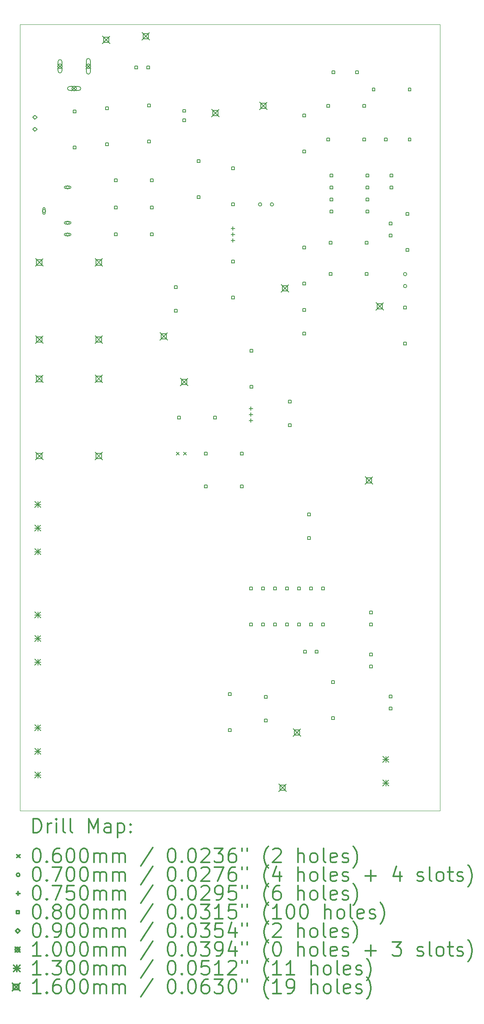
<source format=gbr>
%FSLAX45Y45*%
G04 Gerber Fmt 4.5, Leading zero omitted, Abs format (unit mm)*
G04 Created by KiCad (PCBNEW (5.1.10-1-10_14)) date 2021-11-12 14:33:32*
%MOMM*%
%LPD*%
G01*
G04 APERTURE LIST*
%TA.AperFunction,Profile*%
%ADD10C,0.050000*%
%TD*%
%ADD11C,0.200000*%
%ADD12C,0.300000*%
G04 APERTURE END LIST*
D10*
X5207000Y-22225000D02*
X14097000Y-22225000D01*
X5207000Y-5588000D02*
X14097000Y-5588000D01*
X14097000Y-22225000D02*
X14097000Y-5588000D01*
X5207000Y-5588000D02*
X5207000Y-22225000D01*
D11*
X8519500Y-14638500D02*
X8579500Y-14698500D01*
X8579500Y-14638500D02*
X8519500Y-14698500D01*
X8669500Y-14638500D02*
X8729500Y-14698500D01*
X8729500Y-14638500D02*
X8669500Y-14698500D01*
X5751600Y-9537700D02*
G75*
G03*
X5751600Y-9537700I-35000J0D01*
G01*
X5691600Y-9492700D02*
X5691600Y-9582700D01*
X5741600Y-9492700D02*
X5741600Y-9582700D01*
X5691600Y-9582700D02*
G75*
G03*
X5741600Y-9582700I25000J0D01*
G01*
X5741600Y-9492700D02*
G75*
G03*
X5691600Y-9492700I-25000J0D01*
G01*
X6251600Y-9037700D02*
G75*
G03*
X6251600Y-9037700I-35000J0D01*
G01*
X6171600Y-9062700D02*
X6261600Y-9062700D01*
X6171600Y-9012700D02*
X6261600Y-9012700D01*
X6261600Y-9062700D02*
G75*
G03*
X6261600Y-9012700I0J25000D01*
G01*
X6171600Y-9012700D02*
G75*
G03*
X6171600Y-9062700I0J-25000D01*
G01*
X6251600Y-9787700D02*
G75*
G03*
X6251600Y-9787700I-35000J0D01*
G01*
X6171600Y-9812700D02*
X6261600Y-9812700D01*
X6171600Y-9762700D02*
X6261600Y-9762700D01*
X6261600Y-9812700D02*
G75*
G03*
X6261600Y-9762700I0J25000D01*
G01*
X6171600Y-9762700D02*
G75*
G03*
X6171600Y-9812700I0J-25000D01*
G01*
X6251600Y-10037700D02*
G75*
G03*
X6251600Y-10037700I-35000J0D01*
G01*
X6171600Y-10062700D02*
X6261600Y-10062700D01*
X6171600Y-10012700D02*
X6261600Y-10012700D01*
X6261600Y-10062700D02*
G75*
G03*
X6261600Y-10012700I0J25000D01*
G01*
X6171600Y-10012700D02*
G75*
G03*
X6171600Y-10062700I0J-25000D01*
G01*
X10326000Y-9398000D02*
G75*
G03*
X10326000Y-9398000I-35000J0D01*
G01*
X10576000Y-9398000D02*
G75*
G03*
X10576000Y-9398000I-35000J0D01*
G01*
X13395400Y-10875200D02*
G75*
G03*
X13395400Y-10875200I-35000J0D01*
G01*
X13395400Y-11125200D02*
G75*
G03*
X13395400Y-11125200I-35000J0D01*
G01*
X9715500Y-9868500D02*
X9715500Y-9943500D01*
X9678000Y-9906000D02*
X9753000Y-9906000D01*
X9715500Y-9995500D02*
X9715500Y-10070500D01*
X9678000Y-10033000D02*
X9753000Y-10033000D01*
X9715500Y-10122500D02*
X9715500Y-10197500D01*
X9678000Y-10160000D02*
X9753000Y-10160000D01*
X10096500Y-13678500D02*
X10096500Y-13753500D01*
X10059000Y-13716000D02*
X10134000Y-13716000D01*
X10096500Y-13805500D02*
X10096500Y-13880500D01*
X10059000Y-13843000D02*
X10134000Y-13843000D01*
X10096500Y-13932500D02*
X10096500Y-14007500D01*
X10059000Y-13970000D02*
X10134000Y-13970000D01*
X6390984Y-7457784D02*
X6390984Y-7401215D01*
X6334415Y-7401215D01*
X6334415Y-7457784D01*
X6390984Y-7457784D01*
X6390984Y-8219784D02*
X6390984Y-8163215D01*
X6334415Y-8163215D01*
X6334415Y-8219784D01*
X6390984Y-8219784D01*
X7076784Y-7394284D02*
X7076784Y-7337715D01*
X7020215Y-7337715D01*
X7020215Y-7394284D01*
X7076784Y-7394284D01*
X7076784Y-8156284D02*
X7076784Y-8099715D01*
X7020215Y-8099715D01*
X7020215Y-8156284D01*
X7076784Y-8156284D01*
X7267284Y-8918285D02*
X7267284Y-8861716D01*
X7210715Y-8861716D01*
X7210715Y-8918285D01*
X7267284Y-8918285D01*
X7267284Y-9489785D02*
X7267284Y-9433216D01*
X7210715Y-9433216D01*
X7210715Y-9489785D01*
X7267284Y-9489785D01*
X7267284Y-10061285D02*
X7267284Y-10004716D01*
X7210715Y-10004716D01*
X7210715Y-10061285D01*
X7267284Y-10061285D01*
X7699084Y-6530684D02*
X7699084Y-6474115D01*
X7642515Y-6474115D01*
X7642515Y-6530684D01*
X7699084Y-6530684D01*
X7949084Y-6530684D02*
X7949084Y-6474115D01*
X7892515Y-6474115D01*
X7892515Y-6530684D01*
X7949084Y-6530684D01*
X7965784Y-7330784D02*
X7965784Y-7274215D01*
X7909215Y-7274215D01*
X7909215Y-7330784D01*
X7965784Y-7330784D01*
X7965784Y-8092784D02*
X7965784Y-8036215D01*
X7909215Y-8036215D01*
X7909215Y-8092784D01*
X7965784Y-8092784D01*
X8029284Y-8918285D02*
X8029284Y-8861716D01*
X7972715Y-8861716D01*
X7972715Y-8918285D01*
X8029284Y-8918285D01*
X8029284Y-9489785D02*
X8029284Y-9433216D01*
X7972715Y-9433216D01*
X7972715Y-9489785D01*
X8029284Y-9489785D01*
X8029284Y-10061285D02*
X8029284Y-10004716D01*
X7972715Y-10004716D01*
X7972715Y-10061285D01*
X8029284Y-10061285D01*
X8537285Y-11178885D02*
X8537285Y-11122316D01*
X8480716Y-11122316D01*
X8480716Y-11178885D01*
X8537285Y-11178885D01*
X8537285Y-11678884D02*
X8537285Y-11622315D01*
X8480716Y-11622315D01*
X8480716Y-11678884D01*
X8537285Y-11678884D01*
X8600785Y-13934784D02*
X8600785Y-13878215D01*
X8544216Y-13878215D01*
X8544216Y-13934784D01*
X8600785Y-13934784D01*
X8715085Y-7448284D02*
X8715085Y-7391715D01*
X8658516Y-7391715D01*
X8658516Y-7448284D01*
X8715085Y-7448284D01*
X8715085Y-7648284D02*
X8715085Y-7591715D01*
X8658516Y-7591715D01*
X8658516Y-7648284D01*
X8715085Y-7648284D01*
X9019885Y-8511885D02*
X9019885Y-8455316D01*
X8963316Y-8455316D01*
X8963316Y-8511885D01*
X9019885Y-8511885D01*
X9019885Y-9273885D02*
X9019885Y-9217316D01*
X8963316Y-9217316D01*
X8963316Y-9273885D01*
X9019885Y-9273885D01*
X9172285Y-14696784D02*
X9172285Y-14640215D01*
X9115716Y-14640215D01*
X9115716Y-14696784D01*
X9172285Y-14696784D01*
X9172285Y-15395284D02*
X9172285Y-15338715D01*
X9115716Y-15338715D01*
X9115716Y-15395284D01*
X9172285Y-15395284D01*
X9362785Y-13934784D02*
X9362785Y-13878215D01*
X9306216Y-13878215D01*
X9306216Y-13934784D01*
X9362785Y-13934784D01*
X9680285Y-19789485D02*
X9680285Y-19732916D01*
X9623716Y-19732916D01*
X9623716Y-19789485D01*
X9680285Y-19789485D01*
X9680285Y-20551485D02*
X9680285Y-20494916D01*
X9623716Y-20494916D01*
X9623716Y-20551485D01*
X9680285Y-20551485D01*
X9743785Y-8664285D02*
X9743785Y-8607716D01*
X9687216Y-8607716D01*
X9687216Y-8664285D01*
X9743785Y-8664285D01*
X9743785Y-9426285D02*
X9743785Y-9369716D01*
X9687216Y-9369716D01*
X9687216Y-9426285D01*
X9743785Y-9426285D01*
X9743785Y-10632785D02*
X9743785Y-10576216D01*
X9687216Y-10576216D01*
X9687216Y-10632785D01*
X9743785Y-10632785D01*
X9743785Y-11394784D02*
X9743785Y-11338215D01*
X9687216Y-11338215D01*
X9687216Y-11394784D01*
X9743785Y-11394784D01*
X9934285Y-14696784D02*
X9934285Y-14640215D01*
X9877716Y-14640215D01*
X9877716Y-14696784D01*
X9934285Y-14696784D01*
X9934285Y-15395284D02*
X9934285Y-15338715D01*
X9877716Y-15338715D01*
X9877716Y-15395284D01*
X9934285Y-15395284D01*
X10124785Y-17554285D02*
X10124785Y-17497716D01*
X10068216Y-17497716D01*
X10068216Y-17554285D01*
X10124785Y-17554285D01*
X10124785Y-18316285D02*
X10124785Y-18259716D01*
X10068216Y-18259716D01*
X10068216Y-18316285D01*
X10124785Y-18316285D01*
X10137485Y-12525084D02*
X10137485Y-12468515D01*
X10080916Y-12468515D01*
X10080916Y-12525084D01*
X10137485Y-12525084D01*
X10137485Y-13287084D02*
X10137485Y-13230515D01*
X10080916Y-13230515D01*
X10080916Y-13287084D01*
X10137485Y-13287084D01*
X10378785Y-17554285D02*
X10378785Y-17497716D01*
X10322216Y-17497716D01*
X10322216Y-17554285D01*
X10378785Y-17554285D01*
X10378785Y-18316285D02*
X10378785Y-18259716D01*
X10322216Y-18259716D01*
X10322216Y-18316285D01*
X10378785Y-18316285D01*
X10442285Y-19848285D02*
X10442285Y-19791716D01*
X10385716Y-19791716D01*
X10385716Y-19848285D01*
X10442285Y-19848285D01*
X10442285Y-20348285D02*
X10442285Y-20291716D01*
X10385716Y-20291716D01*
X10385716Y-20348285D01*
X10442285Y-20348285D01*
X10632785Y-17554285D02*
X10632785Y-17497716D01*
X10576216Y-17497716D01*
X10576216Y-17554285D01*
X10632785Y-17554285D01*
X10632785Y-18316285D02*
X10632785Y-18259716D01*
X10576216Y-18259716D01*
X10576216Y-18316285D01*
X10632785Y-18316285D01*
X10886785Y-17554285D02*
X10886785Y-17497716D01*
X10830216Y-17497716D01*
X10830216Y-17554285D01*
X10886785Y-17554285D01*
X10886785Y-18316285D02*
X10886785Y-18259716D01*
X10830216Y-18259716D01*
X10830216Y-18316285D01*
X10886785Y-18316285D01*
X10950285Y-13599884D02*
X10950285Y-13543315D01*
X10893716Y-13543315D01*
X10893716Y-13599884D01*
X10950285Y-13599884D01*
X10950285Y-14099884D02*
X10950285Y-14043315D01*
X10893716Y-14043315D01*
X10893716Y-14099884D01*
X10950285Y-14099884D01*
X11140785Y-17554285D02*
X11140785Y-17497716D01*
X11084216Y-17497716D01*
X11084216Y-17554285D01*
X11140785Y-17554285D01*
X11140785Y-18316285D02*
X11140785Y-18259716D01*
X11084216Y-18259716D01*
X11084216Y-18316285D01*
X11140785Y-18316285D01*
X11255084Y-7546684D02*
X11255084Y-7490115D01*
X11198515Y-7490115D01*
X11198515Y-7546684D01*
X11255084Y-7546684D01*
X11255084Y-8308684D02*
X11255084Y-8252115D01*
X11198515Y-8252115D01*
X11198515Y-8308684D01*
X11255084Y-8308684D01*
X11255084Y-10340685D02*
X11255084Y-10284116D01*
X11198515Y-10284116D01*
X11198515Y-10340685D01*
X11255084Y-10340685D01*
X11255084Y-11102685D02*
X11255084Y-11046116D01*
X11198515Y-11046116D01*
X11198515Y-11102685D01*
X11255084Y-11102685D01*
X11255084Y-11661484D02*
X11255084Y-11604915D01*
X11198515Y-11604915D01*
X11198515Y-11661484D01*
X11255084Y-11661484D01*
X11255084Y-12161484D02*
X11255084Y-12104915D01*
X11198515Y-12104915D01*
X11198515Y-12161484D01*
X11255084Y-12161484D01*
X11267784Y-18887785D02*
X11267784Y-18831216D01*
X11211215Y-18831216D01*
X11211215Y-18887785D01*
X11267784Y-18887785D01*
X11356684Y-15987484D02*
X11356684Y-15930915D01*
X11300115Y-15930915D01*
X11300115Y-15987484D01*
X11356684Y-15987484D01*
X11356684Y-16487484D02*
X11356684Y-16430915D01*
X11300115Y-16430915D01*
X11300115Y-16487484D01*
X11356684Y-16487484D01*
X11394784Y-17554285D02*
X11394784Y-17497716D01*
X11338215Y-17497716D01*
X11338215Y-17554285D01*
X11394784Y-17554285D01*
X11394784Y-18316285D02*
X11394784Y-18259716D01*
X11338215Y-18259716D01*
X11338215Y-18316285D01*
X11394784Y-18316285D01*
X11517784Y-18887785D02*
X11517784Y-18831216D01*
X11461215Y-18831216D01*
X11461215Y-18887785D01*
X11517784Y-18887785D01*
X11648784Y-17554285D02*
X11648784Y-17497716D01*
X11592215Y-17497716D01*
X11592215Y-17554285D01*
X11648784Y-17554285D01*
X11648784Y-18316285D02*
X11648784Y-18259716D01*
X11592215Y-18259716D01*
X11592215Y-18316285D01*
X11648784Y-18316285D01*
X11763084Y-7343484D02*
X11763084Y-7286915D01*
X11706515Y-7286915D01*
X11706515Y-7343484D01*
X11763084Y-7343484D01*
X11763084Y-8054684D02*
X11763084Y-7998115D01*
X11706515Y-7998115D01*
X11706515Y-8054684D01*
X11763084Y-8054684D01*
X11813884Y-10239085D02*
X11813884Y-10182516D01*
X11757315Y-10182516D01*
X11757315Y-10239085D01*
X11813884Y-10239085D01*
X11813884Y-10899485D02*
X11813884Y-10842916D01*
X11757315Y-10842916D01*
X11757315Y-10899485D01*
X11813884Y-10899485D01*
X11826584Y-8816685D02*
X11826584Y-8760116D01*
X11770015Y-8760116D01*
X11770015Y-8816685D01*
X11826584Y-8816685D01*
X11826584Y-9070685D02*
X11826584Y-9014116D01*
X11770015Y-9014116D01*
X11770015Y-9070685D01*
X11826584Y-9070685D01*
X11826584Y-9324685D02*
X11826584Y-9268116D01*
X11770015Y-9268116D01*
X11770015Y-9324685D01*
X11826584Y-9324685D01*
X11826584Y-9578685D02*
X11826584Y-9522116D01*
X11770015Y-9522116D01*
X11770015Y-9578685D01*
X11826584Y-9578685D01*
X11864684Y-19535485D02*
X11864684Y-19478916D01*
X11808115Y-19478916D01*
X11808115Y-19535485D01*
X11864684Y-19535485D01*
X11864684Y-20297485D02*
X11864684Y-20240916D01*
X11808115Y-20240916D01*
X11808115Y-20297485D01*
X11864684Y-20297485D01*
X11872684Y-6632284D02*
X11872684Y-6575715D01*
X11816115Y-6575715D01*
X11816115Y-6632284D01*
X11872684Y-6632284D01*
X12372684Y-6632284D02*
X12372684Y-6575715D01*
X12316115Y-6575715D01*
X12316115Y-6632284D01*
X12372684Y-6632284D01*
X12525084Y-7343484D02*
X12525084Y-7286915D01*
X12468515Y-7286915D01*
X12468515Y-7343484D01*
X12525084Y-7343484D01*
X12525084Y-8054684D02*
X12525084Y-7998115D01*
X12468515Y-7998115D01*
X12468515Y-8054684D01*
X12525084Y-8054684D01*
X12575884Y-10239085D02*
X12575884Y-10182516D01*
X12519315Y-10182516D01*
X12519315Y-10239085D01*
X12575884Y-10239085D01*
X12575884Y-10899485D02*
X12575884Y-10842916D01*
X12519315Y-10842916D01*
X12519315Y-10899485D01*
X12575884Y-10899485D01*
X12588584Y-8816685D02*
X12588584Y-8760116D01*
X12532015Y-8760116D01*
X12532015Y-8816685D01*
X12588584Y-8816685D01*
X12588584Y-9070685D02*
X12588584Y-9014116D01*
X12532015Y-9014116D01*
X12532015Y-9070685D01*
X12588584Y-9070685D01*
X12588584Y-9324685D02*
X12588584Y-9268116D01*
X12532015Y-9268116D01*
X12532015Y-9324685D01*
X12588584Y-9324685D01*
X12588584Y-9578685D02*
X12588584Y-9522116D01*
X12532015Y-9522116D01*
X12532015Y-9578685D01*
X12588584Y-9578685D01*
X12664784Y-18062285D02*
X12664784Y-18005716D01*
X12608215Y-18005716D01*
X12608215Y-18062285D01*
X12664784Y-18062285D01*
X12664784Y-18312285D02*
X12664784Y-18255716D01*
X12608215Y-18255716D01*
X12608215Y-18312285D01*
X12664784Y-18312285D01*
X12664784Y-18951285D02*
X12664784Y-18894716D01*
X12608215Y-18894716D01*
X12608215Y-18951285D01*
X12664784Y-18951285D01*
X12664784Y-19201285D02*
X12664784Y-19144716D01*
X12608215Y-19144716D01*
X12608215Y-19201285D01*
X12664784Y-19201285D01*
X12720664Y-6995504D02*
X12720664Y-6938935D01*
X12664095Y-6938935D01*
X12664095Y-6995504D01*
X12720664Y-6995504D01*
X12982284Y-8054684D02*
X12982284Y-7998115D01*
X12925715Y-7998115D01*
X12925715Y-8054684D01*
X12982284Y-8054684D01*
X13083884Y-9832685D02*
X13083884Y-9776116D01*
X13027315Y-9776116D01*
X13027315Y-9832685D01*
X13083884Y-9832685D01*
X13083884Y-10082685D02*
X13083884Y-10026116D01*
X13027315Y-10026116D01*
X13027315Y-10082685D01*
X13083884Y-10082685D01*
X13083884Y-19840285D02*
X13083884Y-19783716D01*
X13027315Y-19783716D01*
X13027315Y-19840285D01*
X13083884Y-19840285D01*
X13083884Y-20090285D02*
X13083884Y-20033716D01*
X13027315Y-20033716D01*
X13027315Y-20090285D01*
X13083884Y-20090285D01*
X13096584Y-8816685D02*
X13096584Y-8760116D01*
X13040015Y-8760116D01*
X13040015Y-8816685D01*
X13096584Y-8816685D01*
X13096584Y-9066685D02*
X13096584Y-9010116D01*
X13040015Y-9010116D01*
X13040015Y-9066685D01*
X13096584Y-9066685D01*
X13388684Y-11610684D02*
X13388684Y-11554115D01*
X13332115Y-11554115D01*
X13332115Y-11610684D01*
X13388684Y-11610684D01*
X13388684Y-12372684D02*
X13388684Y-12316115D01*
X13332115Y-12316115D01*
X13332115Y-12372684D01*
X13388684Y-12372684D01*
X13439484Y-9629485D02*
X13439484Y-9572916D01*
X13382915Y-9572916D01*
X13382915Y-9629485D01*
X13439484Y-9629485D01*
X13439484Y-10391485D02*
X13439484Y-10334916D01*
X13382915Y-10334916D01*
X13382915Y-10391485D01*
X13439484Y-10391485D01*
X13482284Y-8054684D02*
X13482284Y-7998115D01*
X13425715Y-7998115D01*
X13425715Y-8054684D01*
X13482284Y-8054684D01*
X13482664Y-6995504D02*
X13482664Y-6938935D01*
X13426095Y-6938935D01*
X13426095Y-6995504D01*
X13482664Y-6995504D01*
X5524500Y-7601500D02*
X5569500Y-7556500D01*
X5524500Y-7511500D01*
X5479500Y-7556500D01*
X5524500Y-7601500D01*
X5524500Y-7855500D02*
X5569500Y-7810500D01*
X5524500Y-7765500D01*
X5479500Y-7810500D01*
X5524500Y-7855500D01*
X6004800Y-6427000D02*
X6104800Y-6527000D01*
X6104800Y-6427000D02*
X6004800Y-6527000D01*
X6104800Y-6477000D02*
G75*
G03*
X6104800Y-6477000I-50000J0D01*
G01*
X6094800Y-6577000D02*
X6094800Y-6377000D01*
X6014800Y-6577000D02*
X6014800Y-6377000D01*
X6094800Y-6377000D02*
G75*
G03*
X6014800Y-6377000I-40000J0D01*
G01*
X6014800Y-6577000D02*
G75*
G03*
X6094800Y-6577000I40000J0D01*
G01*
X6304800Y-6897000D02*
X6404800Y-6997000D01*
X6404800Y-6897000D02*
X6304800Y-6997000D01*
X6404800Y-6947000D02*
G75*
G03*
X6404800Y-6947000I-50000J0D01*
G01*
X6454800Y-6907000D02*
X6254800Y-6907000D01*
X6454800Y-6987000D02*
X6254800Y-6987000D01*
X6254800Y-6907000D02*
G75*
G03*
X6254800Y-6987000I0J-40000D01*
G01*
X6454800Y-6987000D02*
G75*
G03*
X6454800Y-6907000I0J40000D01*
G01*
X6604800Y-6427000D02*
X6704800Y-6527000D01*
X6704800Y-6427000D02*
X6604800Y-6527000D01*
X6704800Y-6477000D02*
G75*
G03*
X6704800Y-6477000I-50000J0D01*
G01*
X6694800Y-6602000D02*
X6694800Y-6352000D01*
X6614800Y-6602000D02*
X6614800Y-6352000D01*
X6694800Y-6352000D02*
G75*
G03*
X6614800Y-6352000I-40000J0D01*
G01*
X6614800Y-6602000D02*
G75*
G03*
X6694800Y-6602000I40000J0D01*
G01*
X5523000Y-15683000D02*
X5653000Y-15813000D01*
X5653000Y-15683000D02*
X5523000Y-15813000D01*
X5588000Y-15683000D02*
X5588000Y-15813000D01*
X5523000Y-15748000D02*
X5653000Y-15748000D01*
X5523000Y-16183000D02*
X5653000Y-16313000D01*
X5653000Y-16183000D02*
X5523000Y-16313000D01*
X5588000Y-16183000D02*
X5588000Y-16313000D01*
X5523000Y-16248000D02*
X5653000Y-16248000D01*
X5523000Y-16683000D02*
X5653000Y-16813000D01*
X5653000Y-16683000D02*
X5523000Y-16813000D01*
X5588000Y-16683000D02*
X5588000Y-16813000D01*
X5523000Y-16748000D02*
X5653000Y-16748000D01*
X5523000Y-18019800D02*
X5653000Y-18149800D01*
X5653000Y-18019800D02*
X5523000Y-18149800D01*
X5588000Y-18019800D02*
X5588000Y-18149800D01*
X5523000Y-18084800D02*
X5653000Y-18084800D01*
X5523000Y-18519800D02*
X5653000Y-18649800D01*
X5653000Y-18519800D02*
X5523000Y-18649800D01*
X5588000Y-18519800D02*
X5588000Y-18649800D01*
X5523000Y-18584800D02*
X5653000Y-18584800D01*
X5523000Y-19019800D02*
X5653000Y-19149800D01*
X5653000Y-19019800D02*
X5523000Y-19149800D01*
X5588000Y-19019800D02*
X5588000Y-19149800D01*
X5523000Y-19084800D02*
X5653000Y-19084800D01*
X5523000Y-20407400D02*
X5653000Y-20537400D01*
X5653000Y-20407400D02*
X5523000Y-20537400D01*
X5588000Y-20407400D02*
X5588000Y-20537400D01*
X5523000Y-20472400D02*
X5653000Y-20472400D01*
X5523000Y-20907400D02*
X5653000Y-21037400D01*
X5653000Y-20907400D02*
X5523000Y-21037400D01*
X5588000Y-20907400D02*
X5588000Y-21037400D01*
X5523000Y-20972400D02*
X5653000Y-20972400D01*
X5523000Y-21407400D02*
X5653000Y-21537400D01*
X5653000Y-21407400D02*
X5523000Y-21537400D01*
X5588000Y-21407400D02*
X5588000Y-21537400D01*
X5523000Y-21472400D02*
X5653000Y-21472400D01*
X12889000Y-21075800D02*
X13019000Y-21205800D01*
X13019000Y-21075800D02*
X12889000Y-21205800D01*
X12954000Y-21075800D02*
X12954000Y-21205800D01*
X12889000Y-21140800D02*
X13019000Y-21140800D01*
X12889000Y-21575800D02*
X13019000Y-21705800D01*
X13019000Y-21575800D02*
X12889000Y-21705800D01*
X12954000Y-21575800D02*
X12954000Y-21705800D01*
X12889000Y-21640800D02*
X13019000Y-21640800D01*
X5536346Y-10547700D02*
X5696346Y-10707700D01*
X5696346Y-10547700D02*
X5536346Y-10707700D01*
X5672915Y-10684269D02*
X5672915Y-10571131D01*
X5559777Y-10571131D01*
X5559777Y-10684269D01*
X5672915Y-10684269D01*
X5536346Y-12177700D02*
X5696346Y-12337700D01*
X5696346Y-12177700D02*
X5536346Y-12337700D01*
X5672915Y-12314269D02*
X5672915Y-12201131D01*
X5559777Y-12201131D01*
X5559777Y-12314269D01*
X5672915Y-12314269D01*
X5536346Y-13011500D02*
X5696346Y-13171500D01*
X5696346Y-13011500D02*
X5536346Y-13171500D01*
X5672915Y-13148069D02*
X5672915Y-13034931D01*
X5559777Y-13034931D01*
X5559777Y-13148069D01*
X5672915Y-13148069D01*
X5536346Y-14641500D02*
X5696346Y-14801500D01*
X5696346Y-14641500D02*
X5536346Y-14801500D01*
X5672915Y-14778069D02*
X5672915Y-14664931D01*
X5559777Y-14664931D01*
X5559777Y-14778069D01*
X5672915Y-14778069D01*
X6796346Y-10547700D02*
X6956346Y-10707700D01*
X6956346Y-10547700D02*
X6796346Y-10707700D01*
X6932915Y-10684269D02*
X6932915Y-10571131D01*
X6819777Y-10571131D01*
X6819777Y-10684269D01*
X6932915Y-10684269D01*
X6796346Y-12177700D02*
X6956346Y-12337700D01*
X6956346Y-12177700D02*
X6796346Y-12337700D01*
X6932915Y-12314269D02*
X6932915Y-12201131D01*
X6819777Y-12201131D01*
X6819777Y-12314269D01*
X6932915Y-12314269D01*
X6796346Y-13011500D02*
X6956346Y-13171500D01*
X6956346Y-13011500D02*
X6796346Y-13171500D01*
X6932915Y-13148069D02*
X6932915Y-13034931D01*
X6819777Y-13034931D01*
X6819777Y-13148069D01*
X6932915Y-13148069D01*
X6796346Y-14641500D02*
X6956346Y-14801500D01*
X6956346Y-14641500D02*
X6796346Y-14801500D01*
X6932915Y-14778069D02*
X6932915Y-14664931D01*
X6819777Y-14664931D01*
X6819777Y-14778069D01*
X6932915Y-14778069D01*
X6955800Y-5838200D02*
X7115800Y-5998200D01*
X7115800Y-5838200D02*
X6955800Y-5998200D01*
X7092369Y-5974769D02*
X7092369Y-5861631D01*
X6979231Y-5861631D01*
X6979231Y-5974769D01*
X7092369Y-5974769D01*
X7794000Y-5762000D02*
X7954000Y-5922000D01*
X7954000Y-5762000D02*
X7794000Y-5922000D01*
X7930569Y-5898569D02*
X7930569Y-5785431D01*
X7817431Y-5785431D01*
X7817431Y-5898569D01*
X7930569Y-5898569D01*
X8175000Y-12112000D02*
X8335000Y-12272000D01*
X8335000Y-12112000D02*
X8175000Y-12272000D01*
X8311569Y-12248569D02*
X8311569Y-12135431D01*
X8198431Y-12135431D01*
X8198431Y-12248569D01*
X8311569Y-12248569D01*
X8606800Y-13077200D02*
X8766800Y-13237200D01*
X8766800Y-13077200D02*
X8606800Y-13237200D01*
X8743369Y-13213769D02*
X8743369Y-13100631D01*
X8630231Y-13100631D01*
X8630231Y-13213769D01*
X8743369Y-13213769D01*
X9267200Y-7387600D02*
X9427200Y-7547600D01*
X9427200Y-7387600D02*
X9267200Y-7547600D01*
X9403769Y-7524169D02*
X9403769Y-7411031D01*
X9290631Y-7411031D01*
X9290631Y-7524169D01*
X9403769Y-7524169D01*
X10283200Y-7235200D02*
X10443200Y-7395200D01*
X10443200Y-7235200D02*
X10283200Y-7395200D01*
X10419769Y-7371769D02*
X10419769Y-7258631D01*
X10306631Y-7258631D01*
X10306631Y-7371769D01*
X10419769Y-7371769D01*
X10689600Y-21662400D02*
X10849600Y-21822400D01*
X10849600Y-21662400D02*
X10689600Y-21822400D01*
X10826169Y-21798969D02*
X10826169Y-21685831D01*
X10713031Y-21685831D01*
X10713031Y-21798969D01*
X10826169Y-21798969D01*
X10740400Y-11096000D02*
X10900400Y-11256000D01*
X10900400Y-11096000D02*
X10740400Y-11256000D01*
X10876969Y-11232569D02*
X10876969Y-11119431D01*
X10763831Y-11119431D01*
X10763831Y-11232569D01*
X10876969Y-11232569D01*
X10994400Y-20494000D02*
X11154400Y-20654000D01*
X11154400Y-20494000D02*
X10994400Y-20654000D01*
X11130969Y-20630569D02*
X11130969Y-20517431D01*
X11017831Y-20517431D01*
X11017831Y-20630569D01*
X11130969Y-20630569D01*
X12518400Y-15160000D02*
X12678400Y-15320000D01*
X12678400Y-15160000D02*
X12518400Y-15320000D01*
X12654969Y-15296569D02*
X12654969Y-15183431D01*
X12541831Y-15183431D01*
X12541831Y-15296569D01*
X12654969Y-15296569D01*
X12747000Y-11477000D02*
X12907000Y-11637000D01*
X12907000Y-11477000D02*
X12747000Y-11637000D01*
X12883569Y-11613569D02*
X12883569Y-11500431D01*
X12770431Y-11500431D01*
X12770431Y-11613569D01*
X12883569Y-11613569D01*
D12*
X5490928Y-22693214D02*
X5490928Y-22393214D01*
X5562357Y-22393214D01*
X5605214Y-22407500D01*
X5633786Y-22436071D01*
X5648071Y-22464643D01*
X5662357Y-22521786D01*
X5662357Y-22564643D01*
X5648071Y-22621786D01*
X5633786Y-22650357D01*
X5605214Y-22678929D01*
X5562357Y-22693214D01*
X5490928Y-22693214D01*
X5790928Y-22693214D02*
X5790928Y-22493214D01*
X5790928Y-22550357D02*
X5805214Y-22521786D01*
X5819500Y-22507500D01*
X5848071Y-22493214D01*
X5876643Y-22493214D01*
X5976643Y-22693214D02*
X5976643Y-22493214D01*
X5976643Y-22393214D02*
X5962357Y-22407500D01*
X5976643Y-22421786D01*
X5990928Y-22407500D01*
X5976643Y-22393214D01*
X5976643Y-22421786D01*
X6162357Y-22693214D02*
X6133786Y-22678929D01*
X6119500Y-22650357D01*
X6119500Y-22393214D01*
X6319500Y-22693214D02*
X6290928Y-22678929D01*
X6276643Y-22650357D01*
X6276643Y-22393214D01*
X6662357Y-22693214D02*
X6662357Y-22393214D01*
X6762357Y-22607500D01*
X6862357Y-22393214D01*
X6862357Y-22693214D01*
X7133786Y-22693214D02*
X7133786Y-22536071D01*
X7119500Y-22507500D01*
X7090928Y-22493214D01*
X7033786Y-22493214D01*
X7005214Y-22507500D01*
X7133786Y-22678929D02*
X7105214Y-22693214D01*
X7033786Y-22693214D01*
X7005214Y-22678929D01*
X6990928Y-22650357D01*
X6990928Y-22621786D01*
X7005214Y-22593214D01*
X7033786Y-22578929D01*
X7105214Y-22578929D01*
X7133786Y-22564643D01*
X7276643Y-22493214D02*
X7276643Y-22793214D01*
X7276643Y-22507500D02*
X7305214Y-22493214D01*
X7362357Y-22493214D01*
X7390928Y-22507500D01*
X7405214Y-22521786D01*
X7419500Y-22550357D01*
X7419500Y-22636071D01*
X7405214Y-22664643D01*
X7390928Y-22678929D01*
X7362357Y-22693214D01*
X7305214Y-22693214D01*
X7276643Y-22678929D01*
X7548071Y-22664643D02*
X7562357Y-22678929D01*
X7548071Y-22693214D01*
X7533786Y-22678929D01*
X7548071Y-22664643D01*
X7548071Y-22693214D01*
X7548071Y-22507500D02*
X7562357Y-22521786D01*
X7548071Y-22536071D01*
X7533786Y-22521786D01*
X7548071Y-22507500D01*
X7548071Y-22536071D01*
X5144500Y-23157500D02*
X5204500Y-23217500D01*
X5204500Y-23157500D02*
X5144500Y-23217500D01*
X5548071Y-23023214D02*
X5576643Y-23023214D01*
X5605214Y-23037500D01*
X5619500Y-23051786D01*
X5633786Y-23080357D01*
X5648071Y-23137500D01*
X5648071Y-23208929D01*
X5633786Y-23266071D01*
X5619500Y-23294643D01*
X5605214Y-23308929D01*
X5576643Y-23323214D01*
X5548071Y-23323214D01*
X5519500Y-23308929D01*
X5505214Y-23294643D01*
X5490928Y-23266071D01*
X5476643Y-23208929D01*
X5476643Y-23137500D01*
X5490928Y-23080357D01*
X5505214Y-23051786D01*
X5519500Y-23037500D01*
X5548071Y-23023214D01*
X5776643Y-23294643D02*
X5790928Y-23308929D01*
X5776643Y-23323214D01*
X5762357Y-23308929D01*
X5776643Y-23294643D01*
X5776643Y-23323214D01*
X6048071Y-23023214D02*
X5990928Y-23023214D01*
X5962357Y-23037500D01*
X5948071Y-23051786D01*
X5919500Y-23094643D01*
X5905214Y-23151786D01*
X5905214Y-23266071D01*
X5919500Y-23294643D01*
X5933786Y-23308929D01*
X5962357Y-23323214D01*
X6019500Y-23323214D01*
X6048071Y-23308929D01*
X6062357Y-23294643D01*
X6076643Y-23266071D01*
X6076643Y-23194643D01*
X6062357Y-23166071D01*
X6048071Y-23151786D01*
X6019500Y-23137500D01*
X5962357Y-23137500D01*
X5933786Y-23151786D01*
X5919500Y-23166071D01*
X5905214Y-23194643D01*
X6262357Y-23023214D02*
X6290928Y-23023214D01*
X6319500Y-23037500D01*
X6333786Y-23051786D01*
X6348071Y-23080357D01*
X6362357Y-23137500D01*
X6362357Y-23208929D01*
X6348071Y-23266071D01*
X6333786Y-23294643D01*
X6319500Y-23308929D01*
X6290928Y-23323214D01*
X6262357Y-23323214D01*
X6233786Y-23308929D01*
X6219500Y-23294643D01*
X6205214Y-23266071D01*
X6190928Y-23208929D01*
X6190928Y-23137500D01*
X6205214Y-23080357D01*
X6219500Y-23051786D01*
X6233786Y-23037500D01*
X6262357Y-23023214D01*
X6548071Y-23023214D02*
X6576643Y-23023214D01*
X6605214Y-23037500D01*
X6619500Y-23051786D01*
X6633786Y-23080357D01*
X6648071Y-23137500D01*
X6648071Y-23208929D01*
X6633786Y-23266071D01*
X6619500Y-23294643D01*
X6605214Y-23308929D01*
X6576643Y-23323214D01*
X6548071Y-23323214D01*
X6519500Y-23308929D01*
X6505214Y-23294643D01*
X6490928Y-23266071D01*
X6476643Y-23208929D01*
X6476643Y-23137500D01*
X6490928Y-23080357D01*
X6505214Y-23051786D01*
X6519500Y-23037500D01*
X6548071Y-23023214D01*
X6776643Y-23323214D02*
X6776643Y-23123214D01*
X6776643Y-23151786D02*
X6790928Y-23137500D01*
X6819500Y-23123214D01*
X6862357Y-23123214D01*
X6890928Y-23137500D01*
X6905214Y-23166071D01*
X6905214Y-23323214D01*
X6905214Y-23166071D02*
X6919500Y-23137500D01*
X6948071Y-23123214D01*
X6990928Y-23123214D01*
X7019500Y-23137500D01*
X7033786Y-23166071D01*
X7033786Y-23323214D01*
X7176643Y-23323214D02*
X7176643Y-23123214D01*
X7176643Y-23151786D02*
X7190928Y-23137500D01*
X7219500Y-23123214D01*
X7262357Y-23123214D01*
X7290928Y-23137500D01*
X7305214Y-23166071D01*
X7305214Y-23323214D01*
X7305214Y-23166071D02*
X7319500Y-23137500D01*
X7348071Y-23123214D01*
X7390928Y-23123214D01*
X7419500Y-23137500D01*
X7433786Y-23166071D01*
X7433786Y-23323214D01*
X8019500Y-23008929D02*
X7762357Y-23394643D01*
X8405214Y-23023214D02*
X8433786Y-23023214D01*
X8462357Y-23037500D01*
X8476643Y-23051786D01*
X8490928Y-23080357D01*
X8505214Y-23137500D01*
X8505214Y-23208929D01*
X8490928Y-23266071D01*
X8476643Y-23294643D01*
X8462357Y-23308929D01*
X8433786Y-23323214D01*
X8405214Y-23323214D01*
X8376643Y-23308929D01*
X8362357Y-23294643D01*
X8348071Y-23266071D01*
X8333786Y-23208929D01*
X8333786Y-23137500D01*
X8348071Y-23080357D01*
X8362357Y-23051786D01*
X8376643Y-23037500D01*
X8405214Y-23023214D01*
X8633786Y-23294643D02*
X8648071Y-23308929D01*
X8633786Y-23323214D01*
X8619500Y-23308929D01*
X8633786Y-23294643D01*
X8633786Y-23323214D01*
X8833786Y-23023214D02*
X8862357Y-23023214D01*
X8890928Y-23037500D01*
X8905214Y-23051786D01*
X8919500Y-23080357D01*
X8933786Y-23137500D01*
X8933786Y-23208929D01*
X8919500Y-23266071D01*
X8905214Y-23294643D01*
X8890928Y-23308929D01*
X8862357Y-23323214D01*
X8833786Y-23323214D01*
X8805214Y-23308929D01*
X8790928Y-23294643D01*
X8776643Y-23266071D01*
X8762357Y-23208929D01*
X8762357Y-23137500D01*
X8776643Y-23080357D01*
X8790928Y-23051786D01*
X8805214Y-23037500D01*
X8833786Y-23023214D01*
X9048071Y-23051786D02*
X9062357Y-23037500D01*
X9090928Y-23023214D01*
X9162357Y-23023214D01*
X9190928Y-23037500D01*
X9205214Y-23051786D01*
X9219500Y-23080357D01*
X9219500Y-23108929D01*
X9205214Y-23151786D01*
X9033786Y-23323214D01*
X9219500Y-23323214D01*
X9319500Y-23023214D02*
X9505214Y-23023214D01*
X9405214Y-23137500D01*
X9448071Y-23137500D01*
X9476643Y-23151786D01*
X9490928Y-23166071D01*
X9505214Y-23194643D01*
X9505214Y-23266071D01*
X9490928Y-23294643D01*
X9476643Y-23308929D01*
X9448071Y-23323214D01*
X9362357Y-23323214D01*
X9333786Y-23308929D01*
X9319500Y-23294643D01*
X9762357Y-23023214D02*
X9705214Y-23023214D01*
X9676643Y-23037500D01*
X9662357Y-23051786D01*
X9633786Y-23094643D01*
X9619500Y-23151786D01*
X9619500Y-23266071D01*
X9633786Y-23294643D01*
X9648071Y-23308929D01*
X9676643Y-23323214D01*
X9733786Y-23323214D01*
X9762357Y-23308929D01*
X9776643Y-23294643D01*
X9790928Y-23266071D01*
X9790928Y-23194643D01*
X9776643Y-23166071D01*
X9762357Y-23151786D01*
X9733786Y-23137500D01*
X9676643Y-23137500D01*
X9648071Y-23151786D01*
X9633786Y-23166071D01*
X9619500Y-23194643D01*
X9905214Y-23023214D02*
X9905214Y-23080357D01*
X10019500Y-23023214D02*
X10019500Y-23080357D01*
X10462357Y-23437500D02*
X10448071Y-23423214D01*
X10419500Y-23380357D01*
X10405214Y-23351786D01*
X10390928Y-23308929D01*
X10376643Y-23237500D01*
X10376643Y-23180357D01*
X10390928Y-23108929D01*
X10405214Y-23066071D01*
X10419500Y-23037500D01*
X10448071Y-22994643D01*
X10462357Y-22980357D01*
X10562357Y-23051786D02*
X10576643Y-23037500D01*
X10605214Y-23023214D01*
X10676643Y-23023214D01*
X10705214Y-23037500D01*
X10719500Y-23051786D01*
X10733786Y-23080357D01*
X10733786Y-23108929D01*
X10719500Y-23151786D01*
X10548071Y-23323214D01*
X10733786Y-23323214D01*
X11090928Y-23323214D02*
X11090928Y-23023214D01*
X11219500Y-23323214D02*
X11219500Y-23166071D01*
X11205214Y-23137500D01*
X11176643Y-23123214D01*
X11133786Y-23123214D01*
X11105214Y-23137500D01*
X11090928Y-23151786D01*
X11405214Y-23323214D02*
X11376643Y-23308929D01*
X11362357Y-23294643D01*
X11348071Y-23266071D01*
X11348071Y-23180357D01*
X11362357Y-23151786D01*
X11376643Y-23137500D01*
X11405214Y-23123214D01*
X11448071Y-23123214D01*
X11476643Y-23137500D01*
X11490928Y-23151786D01*
X11505214Y-23180357D01*
X11505214Y-23266071D01*
X11490928Y-23294643D01*
X11476643Y-23308929D01*
X11448071Y-23323214D01*
X11405214Y-23323214D01*
X11676643Y-23323214D02*
X11648071Y-23308929D01*
X11633786Y-23280357D01*
X11633786Y-23023214D01*
X11905214Y-23308929D02*
X11876643Y-23323214D01*
X11819500Y-23323214D01*
X11790928Y-23308929D01*
X11776643Y-23280357D01*
X11776643Y-23166071D01*
X11790928Y-23137500D01*
X11819500Y-23123214D01*
X11876643Y-23123214D01*
X11905214Y-23137500D01*
X11919500Y-23166071D01*
X11919500Y-23194643D01*
X11776643Y-23223214D01*
X12033786Y-23308929D02*
X12062357Y-23323214D01*
X12119500Y-23323214D01*
X12148071Y-23308929D01*
X12162357Y-23280357D01*
X12162357Y-23266071D01*
X12148071Y-23237500D01*
X12119500Y-23223214D01*
X12076643Y-23223214D01*
X12048071Y-23208929D01*
X12033786Y-23180357D01*
X12033786Y-23166071D01*
X12048071Y-23137500D01*
X12076643Y-23123214D01*
X12119500Y-23123214D01*
X12148071Y-23137500D01*
X12262357Y-23437500D02*
X12276643Y-23423214D01*
X12305214Y-23380357D01*
X12319500Y-23351786D01*
X12333786Y-23308929D01*
X12348071Y-23237500D01*
X12348071Y-23180357D01*
X12333786Y-23108929D01*
X12319500Y-23066071D01*
X12305214Y-23037500D01*
X12276643Y-22994643D01*
X12262357Y-22980357D01*
X5204500Y-23583500D02*
G75*
G03*
X5204500Y-23583500I-35000J0D01*
G01*
X5548071Y-23419214D02*
X5576643Y-23419214D01*
X5605214Y-23433500D01*
X5619500Y-23447786D01*
X5633786Y-23476357D01*
X5648071Y-23533500D01*
X5648071Y-23604929D01*
X5633786Y-23662071D01*
X5619500Y-23690643D01*
X5605214Y-23704929D01*
X5576643Y-23719214D01*
X5548071Y-23719214D01*
X5519500Y-23704929D01*
X5505214Y-23690643D01*
X5490928Y-23662071D01*
X5476643Y-23604929D01*
X5476643Y-23533500D01*
X5490928Y-23476357D01*
X5505214Y-23447786D01*
X5519500Y-23433500D01*
X5548071Y-23419214D01*
X5776643Y-23690643D02*
X5790928Y-23704929D01*
X5776643Y-23719214D01*
X5762357Y-23704929D01*
X5776643Y-23690643D01*
X5776643Y-23719214D01*
X5890928Y-23419214D02*
X6090928Y-23419214D01*
X5962357Y-23719214D01*
X6262357Y-23419214D02*
X6290928Y-23419214D01*
X6319500Y-23433500D01*
X6333786Y-23447786D01*
X6348071Y-23476357D01*
X6362357Y-23533500D01*
X6362357Y-23604929D01*
X6348071Y-23662071D01*
X6333786Y-23690643D01*
X6319500Y-23704929D01*
X6290928Y-23719214D01*
X6262357Y-23719214D01*
X6233786Y-23704929D01*
X6219500Y-23690643D01*
X6205214Y-23662071D01*
X6190928Y-23604929D01*
X6190928Y-23533500D01*
X6205214Y-23476357D01*
X6219500Y-23447786D01*
X6233786Y-23433500D01*
X6262357Y-23419214D01*
X6548071Y-23419214D02*
X6576643Y-23419214D01*
X6605214Y-23433500D01*
X6619500Y-23447786D01*
X6633786Y-23476357D01*
X6648071Y-23533500D01*
X6648071Y-23604929D01*
X6633786Y-23662071D01*
X6619500Y-23690643D01*
X6605214Y-23704929D01*
X6576643Y-23719214D01*
X6548071Y-23719214D01*
X6519500Y-23704929D01*
X6505214Y-23690643D01*
X6490928Y-23662071D01*
X6476643Y-23604929D01*
X6476643Y-23533500D01*
X6490928Y-23476357D01*
X6505214Y-23447786D01*
X6519500Y-23433500D01*
X6548071Y-23419214D01*
X6776643Y-23719214D02*
X6776643Y-23519214D01*
X6776643Y-23547786D02*
X6790928Y-23533500D01*
X6819500Y-23519214D01*
X6862357Y-23519214D01*
X6890928Y-23533500D01*
X6905214Y-23562071D01*
X6905214Y-23719214D01*
X6905214Y-23562071D02*
X6919500Y-23533500D01*
X6948071Y-23519214D01*
X6990928Y-23519214D01*
X7019500Y-23533500D01*
X7033786Y-23562071D01*
X7033786Y-23719214D01*
X7176643Y-23719214D02*
X7176643Y-23519214D01*
X7176643Y-23547786D02*
X7190928Y-23533500D01*
X7219500Y-23519214D01*
X7262357Y-23519214D01*
X7290928Y-23533500D01*
X7305214Y-23562071D01*
X7305214Y-23719214D01*
X7305214Y-23562071D02*
X7319500Y-23533500D01*
X7348071Y-23519214D01*
X7390928Y-23519214D01*
X7419500Y-23533500D01*
X7433786Y-23562071D01*
X7433786Y-23719214D01*
X8019500Y-23404929D02*
X7762357Y-23790643D01*
X8405214Y-23419214D02*
X8433786Y-23419214D01*
X8462357Y-23433500D01*
X8476643Y-23447786D01*
X8490928Y-23476357D01*
X8505214Y-23533500D01*
X8505214Y-23604929D01*
X8490928Y-23662071D01*
X8476643Y-23690643D01*
X8462357Y-23704929D01*
X8433786Y-23719214D01*
X8405214Y-23719214D01*
X8376643Y-23704929D01*
X8362357Y-23690643D01*
X8348071Y-23662071D01*
X8333786Y-23604929D01*
X8333786Y-23533500D01*
X8348071Y-23476357D01*
X8362357Y-23447786D01*
X8376643Y-23433500D01*
X8405214Y-23419214D01*
X8633786Y-23690643D02*
X8648071Y-23704929D01*
X8633786Y-23719214D01*
X8619500Y-23704929D01*
X8633786Y-23690643D01*
X8633786Y-23719214D01*
X8833786Y-23419214D02*
X8862357Y-23419214D01*
X8890928Y-23433500D01*
X8905214Y-23447786D01*
X8919500Y-23476357D01*
X8933786Y-23533500D01*
X8933786Y-23604929D01*
X8919500Y-23662071D01*
X8905214Y-23690643D01*
X8890928Y-23704929D01*
X8862357Y-23719214D01*
X8833786Y-23719214D01*
X8805214Y-23704929D01*
X8790928Y-23690643D01*
X8776643Y-23662071D01*
X8762357Y-23604929D01*
X8762357Y-23533500D01*
X8776643Y-23476357D01*
X8790928Y-23447786D01*
X8805214Y-23433500D01*
X8833786Y-23419214D01*
X9048071Y-23447786D02*
X9062357Y-23433500D01*
X9090928Y-23419214D01*
X9162357Y-23419214D01*
X9190928Y-23433500D01*
X9205214Y-23447786D01*
X9219500Y-23476357D01*
X9219500Y-23504929D01*
X9205214Y-23547786D01*
X9033786Y-23719214D01*
X9219500Y-23719214D01*
X9319500Y-23419214D02*
X9519500Y-23419214D01*
X9390928Y-23719214D01*
X9762357Y-23419214D02*
X9705214Y-23419214D01*
X9676643Y-23433500D01*
X9662357Y-23447786D01*
X9633786Y-23490643D01*
X9619500Y-23547786D01*
X9619500Y-23662071D01*
X9633786Y-23690643D01*
X9648071Y-23704929D01*
X9676643Y-23719214D01*
X9733786Y-23719214D01*
X9762357Y-23704929D01*
X9776643Y-23690643D01*
X9790928Y-23662071D01*
X9790928Y-23590643D01*
X9776643Y-23562071D01*
X9762357Y-23547786D01*
X9733786Y-23533500D01*
X9676643Y-23533500D01*
X9648071Y-23547786D01*
X9633786Y-23562071D01*
X9619500Y-23590643D01*
X9905214Y-23419214D02*
X9905214Y-23476357D01*
X10019500Y-23419214D02*
X10019500Y-23476357D01*
X10462357Y-23833500D02*
X10448071Y-23819214D01*
X10419500Y-23776357D01*
X10405214Y-23747786D01*
X10390928Y-23704929D01*
X10376643Y-23633500D01*
X10376643Y-23576357D01*
X10390928Y-23504929D01*
X10405214Y-23462071D01*
X10419500Y-23433500D01*
X10448071Y-23390643D01*
X10462357Y-23376357D01*
X10705214Y-23519214D02*
X10705214Y-23719214D01*
X10633786Y-23404929D02*
X10562357Y-23619214D01*
X10748071Y-23619214D01*
X11090928Y-23719214D02*
X11090928Y-23419214D01*
X11219500Y-23719214D02*
X11219500Y-23562071D01*
X11205214Y-23533500D01*
X11176643Y-23519214D01*
X11133786Y-23519214D01*
X11105214Y-23533500D01*
X11090928Y-23547786D01*
X11405214Y-23719214D02*
X11376643Y-23704929D01*
X11362357Y-23690643D01*
X11348071Y-23662071D01*
X11348071Y-23576357D01*
X11362357Y-23547786D01*
X11376643Y-23533500D01*
X11405214Y-23519214D01*
X11448071Y-23519214D01*
X11476643Y-23533500D01*
X11490928Y-23547786D01*
X11505214Y-23576357D01*
X11505214Y-23662071D01*
X11490928Y-23690643D01*
X11476643Y-23704929D01*
X11448071Y-23719214D01*
X11405214Y-23719214D01*
X11676643Y-23719214D02*
X11648071Y-23704929D01*
X11633786Y-23676357D01*
X11633786Y-23419214D01*
X11905214Y-23704929D02*
X11876643Y-23719214D01*
X11819500Y-23719214D01*
X11790928Y-23704929D01*
X11776643Y-23676357D01*
X11776643Y-23562071D01*
X11790928Y-23533500D01*
X11819500Y-23519214D01*
X11876643Y-23519214D01*
X11905214Y-23533500D01*
X11919500Y-23562071D01*
X11919500Y-23590643D01*
X11776643Y-23619214D01*
X12033786Y-23704929D02*
X12062357Y-23719214D01*
X12119500Y-23719214D01*
X12148071Y-23704929D01*
X12162357Y-23676357D01*
X12162357Y-23662071D01*
X12148071Y-23633500D01*
X12119500Y-23619214D01*
X12076643Y-23619214D01*
X12048071Y-23604929D01*
X12033786Y-23576357D01*
X12033786Y-23562071D01*
X12048071Y-23533500D01*
X12076643Y-23519214D01*
X12119500Y-23519214D01*
X12148071Y-23533500D01*
X12519500Y-23604929D02*
X12748071Y-23604929D01*
X12633786Y-23719214D02*
X12633786Y-23490643D01*
X13248071Y-23519214D02*
X13248071Y-23719214D01*
X13176643Y-23404929D02*
X13105214Y-23619214D01*
X13290928Y-23619214D01*
X13619500Y-23704929D02*
X13648071Y-23719214D01*
X13705214Y-23719214D01*
X13733786Y-23704929D01*
X13748071Y-23676357D01*
X13748071Y-23662071D01*
X13733786Y-23633500D01*
X13705214Y-23619214D01*
X13662357Y-23619214D01*
X13633786Y-23604929D01*
X13619500Y-23576357D01*
X13619500Y-23562071D01*
X13633786Y-23533500D01*
X13662357Y-23519214D01*
X13705214Y-23519214D01*
X13733786Y-23533500D01*
X13919500Y-23719214D02*
X13890928Y-23704929D01*
X13876643Y-23676357D01*
X13876643Y-23419214D01*
X14076643Y-23719214D02*
X14048071Y-23704929D01*
X14033786Y-23690643D01*
X14019500Y-23662071D01*
X14019500Y-23576357D01*
X14033786Y-23547786D01*
X14048071Y-23533500D01*
X14076643Y-23519214D01*
X14119500Y-23519214D01*
X14148071Y-23533500D01*
X14162357Y-23547786D01*
X14176643Y-23576357D01*
X14176643Y-23662071D01*
X14162357Y-23690643D01*
X14148071Y-23704929D01*
X14119500Y-23719214D01*
X14076643Y-23719214D01*
X14262357Y-23519214D02*
X14376643Y-23519214D01*
X14305214Y-23419214D02*
X14305214Y-23676357D01*
X14319500Y-23704929D01*
X14348071Y-23719214D01*
X14376643Y-23719214D01*
X14462357Y-23704929D02*
X14490928Y-23719214D01*
X14548071Y-23719214D01*
X14576643Y-23704929D01*
X14590928Y-23676357D01*
X14590928Y-23662071D01*
X14576643Y-23633500D01*
X14548071Y-23619214D01*
X14505214Y-23619214D01*
X14476643Y-23604929D01*
X14462357Y-23576357D01*
X14462357Y-23562071D01*
X14476643Y-23533500D01*
X14505214Y-23519214D01*
X14548071Y-23519214D01*
X14576643Y-23533500D01*
X14690928Y-23833500D02*
X14705214Y-23819214D01*
X14733786Y-23776357D01*
X14748071Y-23747786D01*
X14762357Y-23704929D01*
X14776643Y-23633500D01*
X14776643Y-23576357D01*
X14762357Y-23504929D01*
X14748071Y-23462071D01*
X14733786Y-23433500D01*
X14705214Y-23390643D01*
X14690928Y-23376357D01*
X5167000Y-23942000D02*
X5167000Y-24017000D01*
X5129500Y-23979500D02*
X5204500Y-23979500D01*
X5548071Y-23815214D02*
X5576643Y-23815214D01*
X5605214Y-23829500D01*
X5619500Y-23843786D01*
X5633786Y-23872357D01*
X5648071Y-23929500D01*
X5648071Y-24000929D01*
X5633786Y-24058071D01*
X5619500Y-24086643D01*
X5605214Y-24100929D01*
X5576643Y-24115214D01*
X5548071Y-24115214D01*
X5519500Y-24100929D01*
X5505214Y-24086643D01*
X5490928Y-24058071D01*
X5476643Y-24000929D01*
X5476643Y-23929500D01*
X5490928Y-23872357D01*
X5505214Y-23843786D01*
X5519500Y-23829500D01*
X5548071Y-23815214D01*
X5776643Y-24086643D02*
X5790928Y-24100929D01*
X5776643Y-24115214D01*
X5762357Y-24100929D01*
X5776643Y-24086643D01*
X5776643Y-24115214D01*
X5890928Y-23815214D02*
X6090928Y-23815214D01*
X5962357Y-24115214D01*
X6348071Y-23815214D02*
X6205214Y-23815214D01*
X6190928Y-23958071D01*
X6205214Y-23943786D01*
X6233786Y-23929500D01*
X6305214Y-23929500D01*
X6333786Y-23943786D01*
X6348071Y-23958071D01*
X6362357Y-23986643D01*
X6362357Y-24058071D01*
X6348071Y-24086643D01*
X6333786Y-24100929D01*
X6305214Y-24115214D01*
X6233786Y-24115214D01*
X6205214Y-24100929D01*
X6190928Y-24086643D01*
X6548071Y-23815214D02*
X6576643Y-23815214D01*
X6605214Y-23829500D01*
X6619500Y-23843786D01*
X6633786Y-23872357D01*
X6648071Y-23929500D01*
X6648071Y-24000929D01*
X6633786Y-24058071D01*
X6619500Y-24086643D01*
X6605214Y-24100929D01*
X6576643Y-24115214D01*
X6548071Y-24115214D01*
X6519500Y-24100929D01*
X6505214Y-24086643D01*
X6490928Y-24058071D01*
X6476643Y-24000929D01*
X6476643Y-23929500D01*
X6490928Y-23872357D01*
X6505214Y-23843786D01*
X6519500Y-23829500D01*
X6548071Y-23815214D01*
X6776643Y-24115214D02*
X6776643Y-23915214D01*
X6776643Y-23943786D02*
X6790928Y-23929500D01*
X6819500Y-23915214D01*
X6862357Y-23915214D01*
X6890928Y-23929500D01*
X6905214Y-23958071D01*
X6905214Y-24115214D01*
X6905214Y-23958071D02*
X6919500Y-23929500D01*
X6948071Y-23915214D01*
X6990928Y-23915214D01*
X7019500Y-23929500D01*
X7033786Y-23958071D01*
X7033786Y-24115214D01*
X7176643Y-24115214D02*
X7176643Y-23915214D01*
X7176643Y-23943786D02*
X7190928Y-23929500D01*
X7219500Y-23915214D01*
X7262357Y-23915214D01*
X7290928Y-23929500D01*
X7305214Y-23958071D01*
X7305214Y-24115214D01*
X7305214Y-23958071D02*
X7319500Y-23929500D01*
X7348071Y-23915214D01*
X7390928Y-23915214D01*
X7419500Y-23929500D01*
X7433786Y-23958071D01*
X7433786Y-24115214D01*
X8019500Y-23800929D02*
X7762357Y-24186643D01*
X8405214Y-23815214D02*
X8433786Y-23815214D01*
X8462357Y-23829500D01*
X8476643Y-23843786D01*
X8490928Y-23872357D01*
X8505214Y-23929500D01*
X8505214Y-24000929D01*
X8490928Y-24058071D01*
X8476643Y-24086643D01*
X8462357Y-24100929D01*
X8433786Y-24115214D01*
X8405214Y-24115214D01*
X8376643Y-24100929D01*
X8362357Y-24086643D01*
X8348071Y-24058071D01*
X8333786Y-24000929D01*
X8333786Y-23929500D01*
X8348071Y-23872357D01*
X8362357Y-23843786D01*
X8376643Y-23829500D01*
X8405214Y-23815214D01*
X8633786Y-24086643D02*
X8648071Y-24100929D01*
X8633786Y-24115214D01*
X8619500Y-24100929D01*
X8633786Y-24086643D01*
X8633786Y-24115214D01*
X8833786Y-23815214D02*
X8862357Y-23815214D01*
X8890928Y-23829500D01*
X8905214Y-23843786D01*
X8919500Y-23872357D01*
X8933786Y-23929500D01*
X8933786Y-24000929D01*
X8919500Y-24058071D01*
X8905214Y-24086643D01*
X8890928Y-24100929D01*
X8862357Y-24115214D01*
X8833786Y-24115214D01*
X8805214Y-24100929D01*
X8790928Y-24086643D01*
X8776643Y-24058071D01*
X8762357Y-24000929D01*
X8762357Y-23929500D01*
X8776643Y-23872357D01*
X8790928Y-23843786D01*
X8805214Y-23829500D01*
X8833786Y-23815214D01*
X9048071Y-23843786D02*
X9062357Y-23829500D01*
X9090928Y-23815214D01*
X9162357Y-23815214D01*
X9190928Y-23829500D01*
X9205214Y-23843786D01*
X9219500Y-23872357D01*
X9219500Y-23900929D01*
X9205214Y-23943786D01*
X9033786Y-24115214D01*
X9219500Y-24115214D01*
X9362357Y-24115214D02*
X9419500Y-24115214D01*
X9448071Y-24100929D01*
X9462357Y-24086643D01*
X9490928Y-24043786D01*
X9505214Y-23986643D01*
X9505214Y-23872357D01*
X9490928Y-23843786D01*
X9476643Y-23829500D01*
X9448071Y-23815214D01*
X9390928Y-23815214D01*
X9362357Y-23829500D01*
X9348071Y-23843786D01*
X9333786Y-23872357D01*
X9333786Y-23943786D01*
X9348071Y-23972357D01*
X9362357Y-23986643D01*
X9390928Y-24000929D01*
X9448071Y-24000929D01*
X9476643Y-23986643D01*
X9490928Y-23972357D01*
X9505214Y-23943786D01*
X9776643Y-23815214D02*
X9633786Y-23815214D01*
X9619500Y-23958071D01*
X9633786Y-23943786D01*
X9662357Y-23929500D01*
X9733786Y-23929500D01*
X9762357Y-23943786D01*
X9776643Y-23958071D01*
X9790928Y-23986643D01*
X9790928Y-24058071D01*
X9776643Y-24086643D01*
X9762357Y-24100929D01*
X9733786Y-24115214D01*
X9662357Y-24115214D01*
X9633786Y-24100929D01*
X9619500Y-24086643D01*
X9905214Y-23815214D02*
X9905214Y-23872357D01*
X10019500Y-23815214D02*
X10019500Y-23872357D01*
X10462357Y-24229500D02*
X10448071Y-24215214D01*
X10419500Y-24172357D01*
X10405214Y-24143786D01*
X10390928Y-24100929D01*
X10376643Y-24029500D01*
X10376643Y-23972357D01*
X10390928Y-23900929D01*
X10405214Y-23858071D01*
X10419500Y-23829500D01*
X10448071Y-23786643D01*
X10462357Y-23772357D01*
X10705214Y-23815214D02*
X10648071Y-23815214D01*
X10619500Y-23829500D01*
X10605214Y-23843786D01*
X10576643Y-23886643D01*
X10562357Y-23943786D01*
X10562357Y-24058071D01*
X10576643Y-24086643D01*
X10590928Y-24100929D01*
X10619500Y-24115214D01*
X10676643Y-24115214D01*
X10705214Y-24100929D01*
X10719500Y-24086643D01*
X10733786Y-24058071D01*
X10733786Y-23986643D01*
X10719500Y-23958071D01*
X10705214Y-23943786D01*
X10676643Y-23929500D01*
X10619500Y-23929500D01*
X10590928Y-23943786D01*
X10576643Y-23958071D01*
X10562357Y-23986643D01*
X11090928Y-24115214D02*
X11090928Y-23815214D01*
X11219500Y-24115214D02*
X11219500Y-23958071D01*
X11205214Y-23929500D01*
X11176643Y-23915214D01*
X11133786Y-23915214D01*
X11105214Y-23929500D01*
X11090928Y-23943786D01*
X11405214Y-24115214D02*
X11376643Y-24100929D01*
X11362357Y-24086643D01*
X11348071Y-24058071D01*
X11348071Y-23972357D01*
X11362357Y-23943786D01*
X11376643Y-23929500D01*
X11405214Y-23915214D01*
X11448071Y-23915214D01*
X11476643Y-23929500D01*
X11490928Y-23943786D01*
X11505214Y-23972357D01*
X11505214Y-24058071D01*
X11490928Y-24086643D01*
X11476643Y-24100929D01*
X11448071Y-24115214D01*
X11405214Y-24115214D01*
X11676643Y-24115214D02*
X11648071Y-24100929D01*
X11633786Y-24072357D01*
X11633786Y-23815214D01*
X11905214Y-24100929D02*
X11876643Y-24115214D01*
X11819500Y-24115214D01*
X11790928Y-24100929D01*
X11776643Y-24072357D01*
X11776643Y-23958071D01*
X11790928Y-23929500D01*
X11819500Y-23915214D01*
X11876643Y-23915214D01*
X11905214Y-23929500D01*
X11919500Y-23958071D01*
X11919500Y-23986643D01*
X11776643Y-24015214D01*
X12033786Y-24100929D02*
X12062357Y-24115214D01*
X12119500Y-24115214D01*
X12148071Y-24100929D01*
X12162357Y-24072357D01*
X12162357Y-24058071D01*
X12148071Y-24029500D01*
X12119500Y-24015214D01*
X12076643Y-24015214D01*
X12048071Y-24000929D01*
X12033786Y-23972357D01*
X12033786Y-23958071D01*
X12048071Y-23929500D01*
X12076643Y-23915214D01*
X12119500Y-23915214D01*
X12148071Y-23929500D01*
X12262357Y-24229500D02*
X12276643Y-24215214D01*
X12305214Y-24172357D01*
X12319500Y-24143786D01*
X12333786Y-24100929D01*
X12348071Y-24029500D01*
X12348071Y-23972357D01*
X12333786Y-23900929D01*
X12319500Y-23858071D01*
X12305214Y-23829500D01*
X12276643Y-23786643D01*
X12262357Y-23772357D01*
X5192784Y-24403785D02*
X5192784Y-24347216D01*
X5136215Y-24347216D01*
X5136215Y-24403785D01*
X5192784Y-24403785D01*
X5548071Y-24211214D02*
X5576643Y-24211214D01*
X5605214Y-24225500D01*
X5619500Y-24239786D01*
X5633786Y-24268357D01*
X5648071Y-24325500D01*
X5648071Y-24396929D01*
X5633786Y-24454071D01*
X5619500Y-24482643D01*
X5605214Y-24496929D01*
X5576643Y-24511214D01*
X5548071Y-24511214D01*
X5519500Y-24496929D01*
X5505214Y-24482643D01*
X5490928Y-24454071D01*
X5476643Y-24396929D01*
X5476643Y-24325500D01*
X5490928Y-24268357D01*
X5505214Y-24239786D01*
X5519500Y-24225500D01*
X5548071Y-24211214D01*
X5776643Y-24482643D02*
X5790928Y-24496929D01*
X5776643Y-24511214D01*
X5762357Y-24496929D01*
X5776643Y-24482643D01*
X5776643Y-24511214D01*
X5962357Y-24339786D02*
X5933786Y-24325500D01*
X5919500Y-24311214D01*
X5905214Y-24282643D01*
X5905214Y-24268357D01*
X5919500Y-24239786D01*
X5933786Y-24225500D01*
X5962357Y-24211214D01*
X6019500Y-24211214D01*
X6048071Y-24225500D01*
X6062357Y-24239786D01*
X6076643Y-24268357D01*
X6076643Y-24282643D01*
X6062357Y-24311214D01*
X6048071Y-24325500D01*
X6019500Y-24339786D01*
X5962357Y-24339786D01*
X5933786Y-24354071D01*
X5919500Y-24368357D01*
X5905214Y-24396929D01*
X5905214Y-24454071D01*
X5919500Y-24482643D01*
X5933786Y-24496929D01*
X5962357Y-24511214D01*
X6019500Y-24511214D01*
X6048071Y-24496929D01*
X6062357Y-24482643D01*
X6076643Y-24454071D01*
X6076643Y-24396929D01*
X6062357Y-24368357D01*
X6048071Y-24354071D01*
X6019500Y-24339786D01*
X6262357Y-24211214D02*
X6290928Y-24211214D01*
X6319500Y-24225500D01*
X6333786Y-24239786D01*
X6348071Y-24268357D01*
X6362357Y-24325500D01*
X6362357Y-24396929D01*
X6348071Y-24454071D01*
X6333786Y-24482643D01*
X6319500Y-24496929D01*
X6290928Y-24511214D01*
X6262357Y-24511214D01*
X6233786Y-24496929D01*
X6219500Y-24482643D01*
X6205214Y-24454071D01*
X6190928Y-24396929D01*
X6190928Y-24325500D01*
X6205214Y-24268357D01*
X6219500Y-24239786D01*
X6233786Y-24225500D01*
X6262357Y-24211214D01*
X6548071Y-24211214D02*
X6576643Y-24211214D01*
X6605214Y-24225500D01*
X6619500Y-24239786D01*
X6633786Y-24268357D01*
X6648071Y-24325500D01*
X6648071Y-24396929D01*
X6633786Y-24454071D01*
X6619500Y-24482643D01*
X6605214Y-24496929D01*
X6576643Y-24511214D01*
X6548071Y-24511214D01*
X6519500Y-24496929D01*
X6505214Y-24482643D01*
X6490928Y-24454071D01*
X6476643Y-24396929D01*
X6476643Y-24325500D01*
X6490928Y-24268357D01*
X6505214Y-24239786D01*
X6519500Y-24225500D01*
X6548071Y-24211214D01*
X6776643Y-24511214D02*
X6776643Y-24311214D01*
X6776643Y-24339786D02*
X6790928Y-24325500D01*
X6819500Y-24311214D01*
X6862357Y-24311214D01*
X6890928Y-24325500D01*
X6905214Y-24354071D01*
X6905214Y-24511214D01*
X6905214Y-24354071D02*
X6919500Y-24325500D01*
X6948071Y-24311214D01*
X6990928Y-24311214D01*
X7019500Y-24325500D01*
X7033786Y-24354071D01*
X7033786Y-24511214D01*
X7176643Y-24511214D02*
X7176643Y-24311214D01*
X7176643Y-24339786D02*
X7190928Y-24325500D01*
X7219500Y-24311214D01*
X7262357Y-24311214D01*
X7290928Y-24325500D01*
X7305214Y-24354071D01*
X7305214Y-24511214D01*
X7305214Y-24354071D02*
X7319500Y-24325500D01*
X7348071Y-24311214D01*
X7390928Y-24311214D01*
X7419500Y-24325500D01*
X7433786Y-24354071D01*
X7433786Y-24511214D01*
X8019500Y-24196929D02*
X7762357Y-24582643D01*
X8405214Y-24211214D02*
X8433786Y-24211214D01*
X8462357Y-24225500D01*
X8476643Y-24239786D01*
X8490928Y-24268357D01*
X8505214Y-24325500D01*
X8505214Y-24396929D01*
X8490928Y-24454071D01*
X8476643Y-24482643D01*
X8462357Y-24496929D01*
X8433786Y-24511214D01*
X8405214Y-24511214D01*
X8376643Y-24496929D01*
X8362357Y-24482643D01*
X8348071Y-24454071D01*
X8333786Y-24396929D01*
X8333786Y-24325500D01*
X8348071Y-24268357D01*
X8362357Y-24239786D01*
X8376643Y-24225500D01*
X8405214Y-24211214D01*
X8633786Y-24482643D02*
X8648071Y-24496929D01*
X8633786Y-24511214D01*
X8619500Y-24496929D01*
X8633786Y-24482643D01*
X8633786Y-24511214D01*
X8833786Y-24211214D02*
X8862357Y-24211214D01*
X8890928Y-24225500D01*
X8905214Y-24239786D01*
X8919500Y-24268357D01*
X8933786Y-24325500D01*
X8933786Y-24396929D01*
X8919500Y-24454071D01*
X8905214Y-24482643D01*
X8890928Y-24496929D01*
X8862357Y-24511214D01*
X8833786Y-24511214D01*
X8805214Y-24496929D01*
X8790928Y-24482643D01*
X8776643Y-24454071D01*
X8762357Y-24396929D01*
X8762357Y-24325500D01*
X8776643Y-24268357D01*
X8790928Y-24239786D01*
X8805214Y-24225500D01*
X8833786Y-24211214D01*
X9033786Y-24211214D02*
X9219500Y-24211214D01*
X9119500Y-24325500D01*
X9162357Y-24325500D01*
X9190928Y-24339786D01*
X9205214Y-24354071D01*
X9219500Y-24382643D01*
X9219500Y-24454071D01*
X9205214Y-24482643D01*
X9190928Y-24496929D01*
X9162357Y-24511214D01*
X9076643Y-24511214D01*
X9048071Y-24496929D01*
X9033786Y-24482643D01*
X9505214Y-24511214D02*
X9333786Y-24511214D01*
X9419500Y-24511214D02*
X9419500Y-24211214D01*
X9390928Y-24254071D01*
X9362357Y-24282643D01*
X9333786Y-24296929D01*
X9776643Y-24211214D02*
X9633786Y-24211214D01*
X9619500Y-24354071D01*
X9633786Y-24339786D01*
X9662357Y-24325500D01*
X9733786Y-24325500D01*
X9762357Y-24339786D01*
X9776643Y-24354071D01*
X9790928Y-24382643D01*
X9790928Y-24454071D01*
X9776643Y-24482643D01*
X9762357Y-24496929D01*
X9733786Y-24511214D01*
X9662357Y-24511214D01*
X9633786Y-24496929D01*
X9619500Y-24482643D01*
X9905214Y-24211214D02*
X9905214Y-24268357D01*
X10019500Y-24211214D02*
X10019500Y-24268357D01*
X10462357Y-24625500D02*
X10448071Y-24611214D01*
X10419500Y-24568357D01*
X10405214Y-24539786D01*
X10390928Y-24496929D01*
X10376643Y-24425500D01*
X10376643Y-24368357D01*
X10390928Y-24296929D01*
X10405214Y-24254071D01*
X10419500Y-24225500D01*
X10448071Y-24182643D01*
X10462357Y-24168357D01*
X10733786Y-24511214D02*
X10562357Y-24511214D01*
X10648071Y-24511214D02*
X10648071Y-24211214D01*
X10619500Y-24254071D01*
X10590928Y-24282643D01*
X10562357Y-24296929D01*
X10919500Y-24211214D02*
X10948071Y-24211214D01*
X10976643Y-24225500D01*
X10990928Y-24239786D01*
X11005214Y-24268357D01*
X11019500Y-24325500D01*
X11019500Y-24396929D01*
X11005214Y-24454071D01*
X10990928Y-24482643D01*
X10976643Y-24496929D01*
X10948071Y-24511214D01*
X10919500Y-24511214D01*
X10890928Y-24496929D01*
X10876643Y-24482643D01*
X10862357Y-24454071D01*
X10848071Y-24396929D01*
X10848071Y-24325500D01*
X10862357Y-24268357D01*
X10876643Y-24239786D01*
X10890928Y-24225500D01*
X10919500Y-24211214D01*
X11205214Y-24211214D02*
X11233786Y-24211214D01*
X11262357Y-24225500D01*
X11276643Y-24239786D01*
X11290928Y-24268357D01*
X11305214Y-24325500D01*
X11305214Y-24396929D01*
X11290928Y-24454071D01*
X11276643Y-24482643D01*
X11262357Y-24496929D01*
X11233786Y-24511214D01*
X11205214Y-24511214D01*
X11176643Y-24496929D01*
X11162357Y-24482643D01*
X11148071Y-24454071D01*
X11133786Y-24396929D01*
X11133786Y-24325500D01*
X11148071Y-24268357D01*
X11162357Y-24239786D01*
X11176643Y-24225500D01*
X11205214Y-24211214D01*
X11662357Y-24511214D02*
X11662357Y-24211214D01*
X11790928Y-24511214D02*
X11790928Y-24354071D01*
X11776643Y-24325500D01*
X11748071Y-24311214D01*
X11705214Y-24311214D01*
X11676643Y-24325500D01*
X11662357Y-24339786D01*
X11976643Y-24511214D02*
X11948071Y-24496929D01*
X11933786Y-24482643D01*
X11919500Y-24454071D01*
X11919500Y-24368357D01*
X11933786Y-24339786D01*
X11948071Y-24325500D01*
X11976643Y-24311214D01*
X12019500Y-24311214D01*
X12048071Y-24325500D01*
X12062357Y-24339786D01*
X12076643Y-24368357D01*
X12076643Y-24454071D01*
X12062357Y-24482643D01*
X12048071Y-24496929D01*
X12019500Y-24511214D01*
X11976643Y-24511214D01*
X12248071Y-24511214D02*
X12219500Y-24496929D01*
X12205214Y-24468357D01*
X12205214Y-24211214D01*
X12476643Y-24496929D02*
X12448071Y-24511214D01*
X12390928Y-24511214D01*
X12362357Y-24496929D01*
X12348071Y-24468357D01*
X12348071Y-24354071D01*
X12362357Y-24325500D01*
X12390928Y-24311214D01*
X12448071Y-24311214D01*
X12476643Y-24325500D01*
X12490928Y-24354071D01*
X12490928Y-24382643D01*
X12348071Y-24411214D01*
X12605214Y-24496929D02*
X12633786Y-24511214D01*
X12690928Y-24511214D01*
X12719500Y-24496929D01*
X12733786Y-24468357D01*
X12733786Y-24454071D01*
X12719500Y-24425500D01*
X12690928Y-24411214D01*
X12648071Y-24411214D01*
X12619500Y-24396929D01*
X12605214Y-24368357D01*
X12605214Y-24354071D01*
X12619500Y-24325500D01*
X12648071Y-24311214D01*
X12690928Y-24311214D01*
X12719500Y-24325500D01*
X12833786Y-24625500D02*
X12848071Y-24611214D01*
X12876643Y-24568357D01*
X12890928Y-24539786D01*
X12905214Y-24496929D01*
X12919500Y-24425500D01*
X12919500Y-24368357D01*
X12905214Y-24296929D01*
X12890928Y-24254071D01*
X12876643Y-24225500D01*
X12848071Y-24182643D01*
X12833786Y-24168357D01*
X5159500Y-24816500D02*
X5204500Y-24771500D01*
X5159500Y-24726500D01*
X5114500Y-24771500D01*
X5159500Y-24816500D01*
X5548071Y-24607214D02*
X5576643Y-24607214D01*
X5605214Y-24621500D01*
X5619500Y-24635786D01*
X5633786Y-24664357D01*
X5648071Y-24721500D01*
X5648071Y-24792929D01*
X5633786Y-24850071D01*
X5619500Y-24878643D01*
X5605214Y-24892929D01*
X5576643Y-24907214D01*
X5548071Y-24907214D01*
X5519500Y-24892929D01*
X5505214Y-24878643D01*
X5490928Y-24850071D01*
X5476643Y-24792929D01*
X5476643Y-24721500D01*
X5490928Y-24664357D01*
X5505214Y-24635786D01*
X5519500Y-24621500D01*
X5548071Y-24607214D01*
X5776643Y-24878643D02*
X5790928Y-24892929D01*
X5776643Y-24907214D01*
X5762357Y-24892929D01*
X5776643Y-24878643D01*
X5776643Y-24907214D01*
X5933786Y-24907214D02*
X5990928Y-24907214D01*
X6019500Y-24892929D01*
X6033786Y-24878643D01*
X6062357Y-24835786D01*
X6076643Y-24778643D01*
X6076643Y-24664357D01*
X6062357Y-24635786D01*
X6048071Y-24621500D01*
X6019500Y-24607214D01*
X5962357Y-24607214D01*
X5933786Y-24621500D01*
X5919500Y-24635786D01*
X5905214Y-24664357D01*
X5905214Y-24735786D01*
X5919500Y-24764357D01*
X5933786Y-24778643D01*
X5962357Y-24792929D01*
X6019500Y-24792929D01*
X6048071Y-24778643D01*
X6062357Y-24764357D01*
X6076643Y-24735786D01*
X6262357Y-24607214D02*
X6290928Y-24607214D01*
X6319500Y-24621500D01*
X6333786Y-24635786D01*
X6348071Y-24664357D01*
X6362357Y-24721500D01*
X6362357Y-24792929D01*
X6348071Y-24850071D01*
X6333786Y-24878643D01*
X6319500Y-24892929D01*
X6290928Y-24907214D01*
X6262357Y-24907214D01*
X6233786Y-24892929D01*
X6219500Y-24878643D01*
X6205214Y-24850071D01*
X6190928Y-24792929D01*
X6190928Y-24721500D01*
X6205214Y-24664357D01*
X6219500Y-24635786D01*
X6233786Y-24621500D01*
X6262357Y-24607214D01*
X6548071Y-24607214D02*
X6576643Y-24607214D01*
X6605214Y-24621500D01*
X6619500Y-24635786D01*
X6633786Y-24664357D01*
X6648071Y-24721500D01*
X6648071Y-24792929D01*
X6633786Y-24850071D01*
X6619500Y-24878643D01*
X6605214Y-24892929D01*
X6576643Y-24907214D01*
X6548071Y-24907214D01*
X6519500Y-24892929D01*
X6505214Y-24878643D01*
X6490928Y-24850071D01*
X6476643Y-24792929D01*
X6476643Y-24721500D01*
X6490928Y-24664357D01*
X6505214Y-24635786D01*
X6519500Y-24621500D01*
X6548071Y-24607214D01*
X6776643Y-24907214D02*
X6776643Y-24707214D01*
X6776643Y-24735786D02*
X6790928Y-24721500D01*
X6819500Y-24707214D01*
X6862357Y-24707214D01*
X6890928Y-24721500D01*
X6905214Y-24750071D01*
X6905214Y-24907214D01*
X6905214Y-24750071D02*
X6919500Y-24721500D01*
X6948071Y-24707214D01*
X6990928Y-24707214D01*
X7019500Y-24721500D01*
X7033786Y-24750071D01*
X7033786Y-24907214D01*
X7176643Y-24907214D02*
X7176643Y-24707214D01*
X7176643Y-24735786D02*
X7190928Y-24721500D01*
X7219500Y-24707214D01*
X7262357Y-24707214D01*
X7290928Y-24721500D01*
X7305214Y-24750071D01*
X7305214Y-24907214D01*
X7305214Y-24750071D02*
X7319500Y-24721500D01*
X7348071Y-24707214D01*
X7390928Y-24707214D01*
X7419500Y-24721500D01*
X7433786Y-24750071D01*
X7433786Y-24907214D01*
X8019500Y-24592929D02*
X7762357Y-24978643D01*
X8405214Y-24607214D02*
X8433786Y-24607214D01*
X8462357Y-24621500D01*
X8476643Y-24635786D01*
X8490928Y-24664357D01*
X8505214Y-24721500D01*
X8505214Y-24792929D01*
X8490928Y-24850071D01*
X8476643Y-24878643D01*
X8462357Y-24892929D01*
X8433786Y-24907214D01*
X8405214Y-24907214D01*
X8376643Y-24892929D01*
X8362357Y-24878643D01*
X8348071Y-24850071D01*
X8333786Y-24792929D01*
X8333786Y-24721500D01*
X8348071Y-24664357D01*
X8362357Y-24635786D01*
X8376643Y-24621500D01*
X8405214Y-24607214D01*
X8633786Y-24878643D02*
X8648071Y-24892929D01*
X8633786Y-24907214D01*
X8619500Y-24892929D01*
X8633786Y-24878643D01*
X8633786Y-24907214D01*
X8833786Y-24607214D02*
X8862357Y-24607214D01*
X8890928Y-24621500D01*
X8905214Y-24635786D01*
X8919500Y-24664357D01*
X8933786Y-24721500D01*
X8933786Y-24792929D01*
X8919500Y-24850071D01*
X8905214Y-24878643D01*
X8890928Y-24892929D01*
X8862357Y-24907214D01*
X8833786Y-24907214D01*
X8805214Y-24892929D01*
X8790928Y-24878643D01*
X8776643Y-24850071D01*
X8762357Y-24792929D01*
X8762357Y-24721500D01*
X8776643Y-24664357D01*
X8790928Y-24635786D01*
X8805214Y-24621500D01*
X8833786Y-24607214D01*
X9033786Y-24607214D02*
X9219500Y-24607214D01*
X9119500Y-24721500D01*
X9162357Y-24721500D01*
X9190928Y-24735786D01*
X9205214Y-24750071D01*
X9219500Y-24778643D01*
X9219500Y-24850071D01*
X9205214Y-24878643D01*
X9190928Y-24892929D01*
X9162357Y-24907214D01*
X9076643Y-24907214D01*
X9048071Y-24892929D01*
X9033786Y-24878643D01*
X9490928Y-24607214D02*
X9348071Y-24607214D01*
X9333786Y-24750071D01*
X9348071Y-24735786D01*
X9376643Y-24721500D01*
X9448071Y-24721500D01*
X9476643Y-24735786D01*
X9490928Y-24750071D01*
X9505214Y-24778643D01*
X9505214Y-24850071D01*
X9490928Y-24878643D01*
X9476643Y-24892929D01*
X9448071Y-24907214D01*
X9376643Y-24907214D01*
X9348071Y-24892929D01*
X9333786Y-24878643D01*
X9762357Y-24707214D02*
X9762357Y-24907214D01*
X9690928Y-24592929D02*
X9619500Y-24807214D01*
X9805214Y-24807214D01*
X9905214Y-24607214D02*
X9905214Y-24664357D01*
X10019500Y-24607214D02*
X10019500Y-24664357D01*
X10462357Y-25021500D02*
X10448071Y-25007214D01*
X10419500Y-24964357D01*
X10405214Y-24935786D01*
X10390928Y-24892929D01*
X10376643Y-24821500D01*
X10376643Y-24764357D01*
X10390928Y-24692929D01*
X10405214Y-24650071D01*
X10419500Y-24621500D01*
X10448071Y-24578643D01*
X10462357Y-24564357D01*
X10562357Y-24635786D02*
X10576643Y-24621500D01*
X10605214Y-24607214D01*
X10676643Y-24607214D01*
X10705214Y-24621500D01*
X10719500Y-24635786D01*
X10733786Y-24664357D01*
X10733786Y-24692929D01*
X10719500Y-24735786D01*
X10548071Y-24907214D01*
X10733786Y-24907214D01*
X11090928Y-24907214D02*
X11090928Y-24607214D01*
X11219500Y-24907214D02*
X11219500Y-24750071D01*
X11205214Y-24721500D01*
X11176643Y-24707214D01*
X11133786Y-24707214D01*
X11105214Y-24721500D01*
X11090928Y-24735786D01*
X11405214Y-24907214D02*
X11376643Y-24892929D01*
X11362357Y-24878643D01*
X11348071Y-24850071D01*
X11348071Y-24764357D01*
X11362357Y-24735786D01*
X11376643Y-24721500D01*
X11405214Y-24707214D01*
X11448071Y-24707214D01*
X11476643Y-24721500D01*
X11490928Y-24735786D01*
X11505214Y-24764357D01*
X11505214Y-24850071D01*
X11490928Y-24878643D01*
X11476643Y-24892929D01*
X11448071Y-24907214D01*
X11405214Y-24907214D01*
X11676643Y-24907214D02*
X11648071Y-24892929D01*
X11633786Y-24864357D01*
X11633786Y-24607214D01*
X11905214Y-24892929D02*
X11876643Y-24907214D01*
X11819500Y-24907214D01*
X11790928Y-24892929D01*
X11776643Y-24864357D01*
X11776643Y-24750071D01*
X11790928Y-24721500D01*
X11819500Y-24707214D01*
X11876643Y-24707214D01*
X11905214Y-24721500D01*
X11919500Y-24750071D01*
X11919500Y-24778643D01*
X11776643Y-24807214D01*
X12033786Y-24892929D02*
X12062357Y-24907214D01*
X12119500Y-24907214D01*
X12148071Y-24892929D01*
X12162357Y-24864357D01*
X12162357Y-24850071D01*
X12148071Y-24821500D01*
X12119500Y-24807214D01*
X12076643Y-24807214D01*
X12048071Y-24792929D01*
X12033786Y-24764357D01*
X12033786Y-24750071D01*
X12048071Y-24721500D01*
X12076643Y-24707214D01*
X12119500Y-24707214D01*
X12148071Y-24721500D01*
X12262357Y-25021500D02*
X12276643Y-25007214D01*
X12305214Y-24964357D01*
X12319500Y-24935786D01*
X12333786Y-24892929D01*
X12348071Y-24821500D01*
X12348071Y-24764357D01*
X12333786Y-24692929D01*
X12319500Y-24650071D01*
X12305214Y-24621500D01*
X12276643Y-24578643D01*
X12262357Y-24564357D01*
X5104500Y-25117500D02*
X5204500Y-25217500D01*
X5204500Y-25117500D02*
X5104500Y-25217500D01*
X5204500Y-25167500D02*
G75*
G03*
X5204500Y-25167500I-50000J0D01*
G01*
X5648071Y-25303214D02*
X5476643Y-25303214D01*
X5562357Y-25303214D02*
X5562357Y-25003214D01*
X5533786Y-25046071D01*
X5505214Y-25074643D01*
X5476643Y-25088929D01*
X5776643Y-25274643D02*
X5790928Y-25288929D01*
X5776643Y-25303214D01*
X5762357Y-25288929D01*
X5776643Y-25274643D01*
X5776643Y-25303214D01*
X5976643Y-25003214D02*
X6005214Y-25003214D01*
X6033786Y-25017500D01*
X6048071Y-25031786D01*
X6062357Y-25060357D01*
X6076643Y-25117500D01*
X6076643Y-25188929D01*
X6062357Y-25246071D01*
X6048071Y-25274643D01*
X6033786Y-25288929D01*
X6005214Y-25303214D01*
X5976643Y-25303214D01*
X5948071Y-25288929D01*
X5933786Y-25274643D01*
X5919500Y-25246071D01*
X5905214Y-25188929D01*
X5905214Y-25117500D01*
X5919500Y-25060357D01*
X5933786Y-25031786D01*
X5948071Y-25017500D01*
X5976643Y-25003214D01*
X6262357Y-25003214D02*
X6290928Y-25003214D01*
X6319500Y-25017500D01*
X6333786Y-25031786D01*
X6348071Y-25060357D01*
X6362357Y-25117500D01*
X6362357Y-25188929D01*
X6348071Y-25246071D01*
X6333786Y-25274643D01*
X6319500Y-25288929D01*
X6290928Y-25303214D01*
X6262357Y-25303214D01*
X6233786Y-25288929D01*
X6219500Y-25274643D01*
X6205214Y-25246071D01*
X6190928Y-25188929D01*
X6190928Y-25117500D01*
X6205214Y-25060357D01*
X6219500Y-25031786D01*
X6233786Y-25017500D01*
X6262357Y-25003214D01*
X6548071Y-25003214D02*
X6576643Y-25003214D01*
X6605214Y-25017500D01*
X6619500Y-25031786D01*
X6633786Y-25060357D01*
X6648071Y-25117500D01*
X6648071Y-25188929D01*
X6633786Y-25246071D01*
X6619500Y-25274643D01*
X6605214Y-25288929D01*
X6576643Y-25303214D01*
X6548071Y-25303214D01*
X6519500Y-25288929D01*
X6505214Y-25274643D01*
X6490928Y-25246071D01*
X6476643Y-25188929D01*
X6476643Y-25117500D01*
X6490928Y-25060357D01*
X6505214Y-25031786D01*
X6519500Y-25017500D01*
X6548071Y-25003214D01*
X6776643Y-25303214D02*
X6776643Y-25103214D01*
X6776643Y-25131786D02*
X6790928Y-25117500D01*
X6819500Y-25103214D01*
X6862357Y-25103214D01*
X6890928Y-25117500D01*
X6905214Y-25146071D01*
X6905214Y-25303214D01*
X6905214Y-25146071D02*
X6919500Y-25117500D01*
X6948071Y-25103214D01*
X6990928Y-25103214D01*
X7019500Y-25117500D01*
X7033786Y-25146071D01*
X7033786Y-25303214D01*
X7176643Y-25303214D02*
X7176643Y-25103214D01*
X7176643Y-25131786D02*
X7190928Y-25117500D01*
X7219500Y-25103214D01*
X7262357Y-25103214D01*
X7290928Y-25117500D01*
X7305214Y-25146071D01*
X7305214Y-25303214D01*
X7305214Y-25146071D02*
X7319500Y-25117500D01*
X7348071Y-25103214D01*
X7390928Y-25103214D01*
X7419500Y-25117500D01*
X7433786Y-25146071D01*
X7433786Y-25303214D01*
X8019500Y-24988929D02*
X7762357Y-25374643D01*
X8405214Y-25003214D02*
X8433786Y-25003214D01*
X8462357Y-25017500D01*
X8476643Y-25031786D01*
X8490928Y-25060357D01*
X8505214Y-25117500D01*
X8505214Y-25188929D01*
X8490928Y-25246071D01*
X8476643Y-25274643D01*
X8462357Y-25288929D01*
X8433786Y-25303214D01*
X8405214Y-25303214D01*
X8376643Y-25288929D01*
X8362357Y-25274643D01*
X8348071Y-25246071D01*
X8333786Y-25188929D01*
X8333786Y-25117500D01*
X8348071Y-25060357D01*
X8362357Y-25031786D01*
X8376643Y-25017500D01*
X8405214Y-25003214D01*
X8633786Y-25274643D02*
X8648071Y-25288929D01*
X8633786Y-25303214D01*
X8619500Y-25288929D01*
X8633786Y-25274643D01*
X8633786Y-25303214D01*
X8833786Y-25003214D02*
X8862357Y-25003214D01*
X8890928Y-25017500D01*
X8905214Y-25031786D01*
X8919500Y-25060357D01*
X8933786Y-25117500D01*
X8933786Y-25188929D01*
X8919500Y-25246071D01*
X8905214Y-25274643D01*
X8890928Y-25288929D01*
X8862357Y-25303214D01*
X8833786Y-25303214D01*
X8805214Y-25288929D01*
X8790928Y-25274643D01*
X8776643Y-25246071D01*
X8762357Y-25188929D01*
X8762357Y-25117500D01*
X8776643Y-25060357D01*
X8790928Y-25031786D01*
X8805214Y-25017500D01*
X8833786Y-25003214D01*
X9033786Y-25003214D02*
X9219500Y-25003214D01*
X9119500Y-25117500D01*
X9162357Y-25117500D01*
X9190928Y-25131786D01*
X9205214Y-25146071D01*
X9219500Y-25174643D01*
X9219500Y-25246071D01*
X9205214Y-25274643D01*
X9190928Y-25288929D01*
X9162357Y-25303214D01*
X9076643Y-25303214D01*
X9048071Y-25288929D01*
X9033786Y-25274643D01*
X9362357Y-25303214D02*
X9419500Y-25303214D01*
X9448071Y-25288929D01*
X9462357Y-25274643D01*
X9490928Y-25231786D01*
X9505214Y-25174643D01*
X9505214Y-25060357D01*
X9490928Y-25031786D01*
X9476643Y-25017500D01*
X9448071Y-25003214D01*
X9390928Y-25003214D01*
X9362357Y-25017500D01*
X9348071Y-25031786D01*
X9333786Y-25060357D01*
X9333786Y-25131786D01*
X9348071Y-25160357D01*
X9362357Y-25174643D01*
X9390928Y-25188929D01*
X9448071Y-25188929D01*
X9476643Y-25174643D01*
X9490928Y-25160357D01*
X9505214Y-25131786D01*
X9762357Y-25103214D02*
X9762357Y-25303214D01*
X9690928Y-24988929D02*
X9619500Y-25203214D01*
X9805214Y-25203214D01*
X9905214Y-25003214D02*
X9905214Y-25060357D01*
X10019500Y-25003214D02*
X10019500Y-25060357D01*
X10462357Y-25417500D02*
X10448071Y-25403214D01*
X10419500Y-25360357D01*
X10405214Y-25331786D01*
X10390928Y-25288929D01*
X10376643Y-25217500D01*
X10376643Y-25160357D01*
X10390928Y-25088929D01*
X10405214Y-25046071D01*
X10419500Y-25017500D01*
X10448071Y-24974643D01*
X10462357Y-24960357D01*
X10633786Y-25003214D02*
X10662357Y-25003214D01*
X10690928Y-25017500D01*
X10705214Y-25031786D01*
X10719500Y-25060357D01*
X10733786Y-25117500D01*
X10733786Y-25188929D01*
X10719500Y-25246071D01*
X10705214Y-25274643D01*
X10690928Y-25288929D01*
X10662357Y-25303214D01*
X10633786Y-25303214D01*
X10605214Y-25288929D01*
X10590928Y-25274643D01*
X10576643Y-25246071D01*
X10562357Y-25188929D01*
X10562357Y-25117500D01*
X10576643Y-25060357D01*
X10590928Y-25031786D01*
X10605214Y-25017500D01*
X10633786Y-25003214D01*
X11090928Y-25303214D02*
X11090928Y-25003214D01*
X11219500Y-25303214D02*
X11219500Y-25146071D01*
X11205214Y-25117500D01*
X11176643Y-25103214D01*
X11133786Y-25103214D01*
X11105214Y-25117500D01*
X11090928Y-25131786D01*
X11405214Y-25303214D02*
X11376643Y-25288929D01*
X11362357Y-25274643D01*
X11348071Y-25246071D01*
X11348071Y-25160357D01*
X11362357Y-25131786D01*
X11376643Y-25117500D01*
X11405214Y-25103214D01*
X11448071Y-25103214D01*
X11476643Y-25117500D01*
X11490928Y-25131786D01*
X11505214Y-25160357D01*
X11505214Y-25246071D01*
X11490928Y-25274643D01*
X11476643Y-25288929D01*
X11448071Y-25303214D01*
X11405214Y-25303214D01*
X11676643Y-25303214D02*
X11648071Y-25288929D01*
X11633786Y-25260357D01*
X11633786Y-25003214D01*
X11905214Y-25288929D02*
X11876643Y-25303214D01*
X11819500Y-25303214D01*
X11790928Y-25288929D01*
X11776643Y-25260357D01*
X11776643Y-25146071D01*
X11790928Y-25117500D01*
X11819500Y-25103214D01*
X11876643Y-25103214D01*
X11905214Y-25117500D01*
X11919500Y-25146071D01*
X11919500Y-25174643D01*
X11776643Y-25203214D01*
X12033786Y-25288929D02*
X12062357Y-25303214D01*
X12119500Y-25303214D01*
X12148071Y-25288929D01*
X12162357Y-25260357D01*
X12162357Y-25246071D01*
X12148071Y-25217500D01*
X12119500Y-25203214D01*
X12076643Y-25203214D01*
X12048071Y-25188929D01*
X12033786Y-25160357D01*
X12033786Y-25146071D01*
X12048071Y-25117500D01*
X12076643Y-25103214D01*
X12119500Y-25103214D01*
X12148071Y-25117500D01*
X12519500Y-25188929D02*
X12748071Y-25188929D01*
X12633786Y-25303214D02*
X12633786Y-25074643D01*
X13090928Y-25003214D02*
X13276643Y-25003214D01*
X13176643Y-25117500D01*
X13219500Y-25117500D01*
X13248071Y-25131786D01*
X13262357Y-25146071D01*
X13276643Y-25174643D01*
X13276643Y-25246071D01*
X13262357Y-25274643D01*
X13248071Y-25288929D01*
X13219500Y-25303214D01*
X13133786Y-25303214D01*
X13105214Y-25288929D01*
X13090928Y-25274643D01*
X13619500Y-25288929D02*
X13648071Y-25303214D01*
X13705214Y-25303214D01*
X13733786Y-25288929D01*
X13748071Y-25260357D01*
X13748071Y-25246071D01*
X13733786Y-25217500D01*
X13705214Y-25203214D01*
X13662357Y-25203214D01*
X13633786Y-25188929D01*
X13619500Y-25160357D01*
X13619500Y-25146071D01*
X13633786Y-25117500D01*
X13662357Y-25103214D01*
X13705214Y-25103214D01*
X13733786Y-25117500D01*
X13919500Y-25303214D02*
X13890928Y-25288929D01*
X13876643Y-25260357D01*
X13876643Y-25003214D01*
X14076643Y-25303214D02*
X14048071Y-25288929D01*
X14033786Y-25274643D01*
X14019500Y-25246071D01*
X14019500Y-25160357D01*
X14033786Y-25131786D01*
X14048071Y-25117500D01*
X14076643Y-25103214D01*
X14119500Y-25103214D01*
X14148071Y-25117500D01*
X14162357Y-25131786D01*
X14176643Y-25160357D01*
X14176643Y-25246071D01*
X14162357Y-25274643D01*
X14148071Y-25288929D01*
X14119500Y-25303214D01*
X14076643Y-25303214D01*
X14262357Y-25103214D02*
X14376643Y-25103214D01*
X14305214Y-25003214D02*
X14305214Y-25260357D01*
X14319500Y-25288929D01*
X14348071Y-25303214D01*
X14376643Y-25303214D01*
X14462357Y-25288929D02*
X14490928Y-25303214D01*
X14548071Y-25303214D01*
X14576643Y-25288929D01*
X14590928Y-25260357D01*
X14590928Y-25246071D01*
X14576643Y-25217500D01*
X14548071Y-25203214D01*
X14505214Y-25203214D01*
X14476643Y-25188929D01*
X14462357Y-25160357D01*
X14462357Y-25146071D01*
X14476643Y-25117500D01*
X14505214Y-25103214D01*
X14548071Y-25103214D01*
X14576643Y-25117500D01*
X14690928Y-25417500D02*
X14705214Y-25403214D01*
X14733786Y-25360357D01*
X14748071Y-25331786D01*
X14762357Y-25288929D01*
X14776643Y-25217500D01*
X14776643Y-25160357D01*
X14762357Y-25088929D01*
X14748071Y-25046071D01*
X14733786Y-25017500D01*
X14705214Y-24974643D01*
X14690928Y-24960357D01*
X5074500Y-25498500D02*
X5204500Y-25628500D01*
X5204500Y-25498500D02*
X5074500Y-25628500D01*
X5139500Y-25498500D02*
X5139500Y-25628500D01*
X5074500Y-25563500D02*
X5204500Y-25563500D01*
X5648071Y-25699214D02*
X5476643Y-25699214D01*
X5562357Y-25699214D02*
X5562357Y-25399214D01*
X5533786Y-25442071D01*
X5505214Y-25470643D01*
X5476643Y-25484929D01*
X5776643Y-25670643D02*
X5790928Y-25684929D01*
X5776643Y-25699214D01*
X5762357Y-25684929D01*
X5776643Y-25670643D01*
X5776643Y-25699214D01*
X5890928Y-25399214D02*
X6076643Y-25399214D01*
X5976643Y-25513500D01*
X6019500Y-25513500D01*
X6048071Y-25527786D01*
X6062357Y-25542071D01*
X6076643Y-25570643D01*
X6076643Y-25642071D01*
X6062357Y-25670643D01*
X6048071Y-25684929D01*
X6019500Y-25699214D01*
X5933786Y-25699214D01*
X5905214Y-25684929D01*
X5890928Y-25670643D01*
X6262357Y-25399214D02*
X6290928Y-25399214D01*
X6319500Y-25413500D01*
X6333786Y-25427786D01*
X6348071Y-25456357D01*
X6362357Y-25513500D01*
X6362357Y-25584929D01*
X6348071Y-25642071D01*
X6333786Y-25670643D01*
X6319500Y-25684929D01*
X6290928Y-25699214D01*
X6262357Y-25699214D01*
X6233786Y-25684929D01*
X6219500Y-25670643D01*
X6205214Y-25642071D01*
X6190928Y-25584929D01*
X6190928Y-25513500D01*
X6205214Y-25456357D01*
X6219500Y-25427786D01*
X6233786Y-25413500D01*
X6262357Y-25399214D01*
X6548071Y-25399214D02*
X6576643Y-25399214D01*
X6605214Y-25413500D01*
X6619500Y-25427786D01*
X6633786Y-25456357D01*
X6648071Y-25513500D01*
X6648071Y-25584929D01*
X6633786Y-25642071D01*
X6619500Y-25670643D01*
X6605214Y-25684929D01*
X6576643Y-25699214D01*
X6548071Y-25699214D01*
X6519500Y-25684929D01*
X6505214Y-25670643D01*
X6490928Y-25642071D01*
X6476643Y-25584929D01*
X6476643Y-25513500D01*
X6490928Y-25456357D01*
X6505214Y-25427786D01*
X6519500Y-25413500D01*
X6548071Y-25399214D01*
X6776643Y-25699214D02*
X6776643Y-25499214D01*
X6776643Y-25527786D02*
X6790928Y-25513500D01*
X6819500Y-25499214D01*
X6862357Y-25499214D01*
X6890928Y-25513500D01*
X6905214Y-25542071D01*
X6905214Y-25699214D01*
X6905214Y-25542071D02*
X6919500Y-25513500D01*
X6948071Y-25499214D01*
X6990928Y-25499214D01*
X7019500Y-25513500D01*
X7033786Y-25542071D01*
X7033786Y-25699214D01*
X7176643Y-25699214D02*
X7176643Y-25499214D01*
X7176643Y-25527786D02*
X7190928Y-25513500D01*
X7219500Y-25499214D01*
X7262357Y-25499214D01*
X7290928Y-25513500D01*
X7305214Y-25542071D01*
X7305214Y-25699214D01*
X7305214Y-25542071D02*
X7319500Y-25513500D01*
X7348071Y-25499214D01*
X7390928Y-25499214D01*
X7419500Y-25513500D01*
X7433786Y-25542071D01*
X7433786Y-25699214D01*
X8019500Y-25384929D02*
X7762357Y-25770643D01*
X8405214Y-25399214D02*
X8433786Y-25399214D01*
X8462357Y-25413500D01*
X8476643Y-25427786D01*
X8490928Y-25456357D01*
X8505214Y-25513500D01*
X8505214Y-25584929D01*
X8490928Y-25642071D01*
X8476643Y-25670643D01*
X8462357Y-25684929D01*
X8433786Y-25699214D01*
X8405214Y-25699214D01*
X8376643Y-25684929D01*
X8362357Y-25670643D01*
X8348071Y-25642071D01*
X8333786Y-25584929D01*
X8333786Y-25513500D01*
X8348071Y-25456357D01*
X8362357Y-25427786D01*
X8376643Y-25413500D01*
X8405214Y-25399214D01*
X8633786Y-25670643D02*
X8648071Y-25684929D01*
X8633786Y-25699214D01*
X8619500Y-25684929D01*
X8633786Y-25670643D01*
X8633786Y-25699214D01*
X8833786Y-25399214D02*
X8862357Y-25399214D01*
X8890928Y-25413500D01*
X8905214Y-25427786D01*
X8919500Y-25456357D01*
X8933786Y-25513500D01*
X8933786Y-25584929D01*
X8919500Y-25642071D01*
X8905214Y-25670643D01*
X8890928Y-25684929D01*
X8862357Y-25699214D01*
X8833786Y-25699214D01*
X8805214Y-25684929D01*
X8790928Y-25670643D01*
X8776643Y-25642071D01*
X8762357Y-25584929D01*
X8762357Y-25513500D01*
X8776643Y-25456357D01*
X8790928Y-25427786D01*
X8805214Y-25413500D01*
X8833786Y-25399214D01*
X9205214Y-25399214D02*
X9062357Y-25399214D01*
X9048071Y-25542071D01*
X9062357Y-25527786D01*
X9090928Y-25513500D01*
X9162357Y-25513500D01*
X9190928Y-25527786D01*
X9205214Y-25542071D01*
X9219500Y-25570643D01*
X9219500Y-25642071D01*
X9205214Y-25670643D01*
X9190928Y-25684929D01*
X9162357Y-25699214D01*
X9090928Y-25699214D01*
X9062357Y-25684929D01*
X9048071Y-25670643D01*
X9505214Y-25699214D02*
X9333786Y-25699214D01*
X9419500Y-25699214D02*
X9419500Y-25399214D01*
X9390928Y-25442071D01*
X9362357Y-25470643D01*
X9333786Y-25484929D01*
X9619500Y-25427786D02*
X9633786Y-25413500D01*
X9662357Y-25399214D01*
X9733786Y-25399214D01*
X9762357Y-25413500D01*
X9776643Y-25427786D01*
X9790928Y-25456357D01*
X9790928Y-25484929D01*
X9776643Y-25527786D01*
X9605214Y-25699214D01*
X9790928Y-25699214D01*
X9905214Y-25399214D02*
X9905214Y-25456357D01*
X10019500Y-25399214D02*
X10019500Y-25456357D01*
X10462357Y-25813500D02*
X10448071Y-25799214D01*
X10419500Y-25756357D01*
X10405214Y-25727786D01*
X10390928Y-25684929D01*
X10376643Y-25613500D01*
X10376643Y-25556357D01*
X10390928Y-25484929D01*
X10405214Y-25442071D01*
X10419500Y-25413500D01*
X10448071Y-25370643D01*
X10462357Y-25356357D01*
X10733786Y-25699214D02*
X10562357Y-25699214D01*
X10648071Y-25699214D02*
X10648071Y-25399214D01*
X10619500Y-25442071D01*
X10590928Y-25470643D01*
X10562357Y-25484929D01*
X11019500Y-25699214D02*
X10848071Y-25699214D01*
X10933786Y-25699214D02*
X10933786Y-25399214D01*
X10905214Y-25442071D01*
X10876643Y-25470643D01*
X10848071Y-25484929D01*
X11376643Y-25699214D02*
X11376643Y-25399214D01*
X11505214Y-25699214D02*
X11505214Y-25542071D01*
X11490928Y-25513500D01*
X11462357Y-25499214D01*
X11419500Y-25499214D01*
X11390928Y-25513500D01*
X11376643Y-25527786D01*
X11690928Y-25699214D02*
X11662357Y-25684929D01*
X11648071Y-25670643D01*
X11633786Y-25642071D01*
X11633786Y-25556357D01*
X11648071Y-25527786D01*
X11662357Y-25513500D01*
X11690928Y-25499214D01*
X11733786Y-25499214D01*
X11762357Y-25513500D01*
X11776643Y-25527786D01*
X11790928Y-25556357D01*
X11790928Y-25642071D01*
X11776643Y-25670643D01*
X11762357Y-25684929D01*
X11733786Y-25699214D01*
X11690928Y-25699214D01*
X11962357Y-25699214D02*
X11933786Y-25684929D01*
X11919500Y-25656357D01*
X11919500Y-25399214D01*
X12190928Y-25684929D02*
X12162357Y-25699214D01*
X12105214Y-25699214D01*
X12076643Y-25684929D01*
X12062357Y-25656357D01*
X12062357Y-25542071D01*
X12076643Y-25513500D01*
X12105214Y-25499214D01*
X12162357Y-25499214D01*
X12190928Y-25513500D01*
X12205214Y-25542071D01*
X12205214Y-25570643D01*
X12062357Y-25599214D01*
X12319500Y-25684929D02*
X12348071Y-25699214D01*
X12405214Y-25699214D01*
X12433786Y-25684929D01*
X12448071Y-25656357D01*
X12448071Y-25642071D01*
X12433786Y-25613500D01*
X12405214Y-25599214D01*
X12362357Y-25599214D01*
X12333786Y-25584929D01*
X12319500Y-25556357D01*
X12319500Y-25542071D01*
X12333786Y-25513500D01*
X12362357Y-25499214D01*
X12405214Y-25499214D01*
X12433786Y-25513500D01*
X12548071Y-25813500D02*
X12562357Y-25799214D01*
X12590928Y-25756357D01*
X12605214Y-25727786D01*
X12619500Y-25684929D01*
X12633786Y-25613500D01*
X12633786Y-25556357D01*
X12619500Y-25484929D01*
X12605214Y-25442071D01*
X12590928Y-25413500D01*
X12562357Y-25370643D01*
X12548071Y-25356357D01*
X5044500Y-25879500D02*
X5204500Y-26039500D01*
X5204500Y-25879500D02*
X5044500Y-26039500D01*
X5181069Y-26016069D02*
X5181069Y-25902931D01*
X5067931Y-25902931D01*
X5067931Y-26016069D01*
X5181069Y-26016069D01*
X5648071Y-26095214D02*
X5476643Y-26095214D01*
X5562357Y-26095214D02*
X5562357Y-25795214D01*
X5533786Y-25838071D01*
X5505214Y-25866643D01*
X5476643Y-25880929D01*
X5776643Y-26066643D02*
X5790928Y-26080929D01*
X5776643Y-26095214D01*
X5762357Y-26080929D01*
X5776643Y-26066643D01*
X5776643Y-26095214D01*
X6048071Y-25795214D02*
X5990928Y-25795214D01*
X5962357Y-25809500D01*
X5948071Y-25823786D01*
X5919500Y-25866643D01*
X5905214Y-25923786D01*
X5905214Y-26038071D01*
X5919500Y-26066643D01*
X5933786Y-26080929D01*
X5962357Y-26095214D01*
X6019500Y-26095214D01*
X6048071Y-26080929D01*
X6062357Y-26066643D01*
X6076643Y-26038071D01*
X6076643Y-25966643D01*
X6062357Y-25938071D01*
X6048071Y-25923786D01*
X6019500Y-25909500D01*
X5962357Y-25909500D01*
X5933786Y-25923786D01*
X5919500Y-25938071D01*
X5905214Y-25966643D01*
X6262357Y-25795214D02*
X6290928Y-25795214D01*
X6319500Y-25809500D01*
X6333786Y-25823786D01*
X6348071Y-25852357D01*
X6362357Y-25909500D01*
X6362357Y-25980929D01*
X6348071Y-26038071D01*
X6333786Y-26066643D01*
X6319500Y-26080929D01*
X6290928Y-26095214D01*
X6262357Y-26095214D01*
X6233786Y-26080929D01*
X6219500Y-26066643D01*
X6205214Y-26038071D01*
X6190928Y-25980929D01*
X6190928Y-25909500D01*
X6205214Y-25852357D01*
X6219500Y-25823786D01*
X6233786Y-25809500D01*
X6262357Y-25795214D01*
X6548071Y-25795214D02*
X6576643Y-25795214D01*
X6605214Y-25809500D01*
X6619500Y-25823786D01*
X6633786Y-25852357D01*
X6648071Y-25909500D01*
X6648071Y-25980929D01*
X6633786Y-26038071D01*
X6619500Y-26066643D01*
X6605214Y-26080929D01*
X6576643Y-26095214D01*
X6548071Y-26095214D01*
X6519500Y-26080929D01*
X6505214Y-26066643D01*
X6490928Y-26038071D01*
X6476643Y-25980929D01*
X6476643Y-25909500D01*
X6490928Y-25852357D01*
X6505214Y-25823786D01*
X6519500Y-25809500D01*
X6548071Y-25795214D01*
X6776643Y-26095214D02*
X6776643Y-25895214D01*
X6776643Y-25923786D02*
X6790928Y-25909500D01*
X6819500Y-25895214D01*
X6862357Y-25895214D01*
X6890928Y-25909500D01*
X6905214Y-25938071D01*
X6905214Y-26095214D01*
X6905214Y-25938071D02*
X6919500Y-25909500D01*
X6948071Y-25895214D01*
X6990928Y-25895214D01*
X7019500Y-25909500D01*
X7033786Y-25938071D01*
X7033786Y-26095214D01*
X7176643Y-26095214D02*
X7176643Y-25895214D01*
X7176643Y-25923786D02*
X7190928Y-25909500D01*
X7219500Y-25895214D01*
X7262357Y-25895214D01*
X7290928Y-25909500D01*
X7305214Y-25938071D01*
X7305214Y-26095214D01*
X7305214Y-25938071D02*
X7319500Y-25909500D01*
X7348071Y-25895214D01*
X7390928Y-25895214D01*
X7419500Y-25909500D01*
X7433786Y-25938071D01*
X7433786Y-26095214D01*
X8019500Y-25780929D02*
X7762357Y-26166643D01*
X8405214Y-25795214D02*
X8433786Y-25795214D01*
X8462357Y-25809500D01*
X8476643Y-25823786D01*
X8490928Y-25852357D01*
X8505214Y-25909500D01*
X8505214Y-25980929D01*
X8490928Y-26038071D01*
X8476643Y-26066643D01*
X8462357Y-26080929D01*
X8433786Y-26095214D01*
X8405214Y-26095214D01*
X8376643Y-26080929D01*
X8362357Y-26066643D01*
X8348071Y-26038071D01*
X8333786Y-25980929D01*
X8333786Y-25909500D01*
X8348071Y-25852357D01*
X8362357Y-25823786D01*
X8376643Y-25809500D01*
X8405214Y-25795214D01*
X8633786Y-26066643D02*
X8648071Y-26080929D01*
X8633786Y-26095214D01*
X8619500Y-26080929D01*
X8633786Y-26066643D01*
X8633786Y-26095214D01*
X8833786Y-25795214D02*
X8862357Y-25795214D01*
X8890928Y-25809500D01*
X8905214Y-25823786D01*
X8919500Y-25852357D01*
X8933786Y-25909500D01*
X8933786Y-25980929D01*
X8919500Y-26038071D01*
X8905214Y-26066643D01*
X8890928Y-26080929D01*
X8862357Y-26095214D01*
X8833786Y-26095214D01*
X8805214Y-26080929D01*
X8790928Y-26066643D01*
X8776643Y-26038071D01*
X8762357Y-25980929D01*
X8762357Y-25909500D01*
X8776643Y-25852357D01*
X8790928Y-25823786D01*
X8805214Y-25809500D01*
X8833786Y-25795214D01*
X9190928Y-25795214D02*
X9133786Y-25795214D01*
X9105214Y-25809500D01*
X9090928Y-25823786D01*
X9062357Y-25866643D01*
X9048071Y-25923786D01*
X9048071Y-26038071D01*
X9062357Y-26066643D01*
X9076643Y-26080929D01*
X9105214Y-26095214D01*
X9162357Y-26095214D01*
X9190928Y-26080929D01*
X9205214Y-26066643D01*
X9219500Y-26038071D01*
X9219500Y-25966643D01*
X9205214Y-25938071D01*
X9190928Y-25923786D01*
X9162357Y-25909500D01*
X9105214Y-25909500D01*
X9076643Y-25923786D01*
X9062357Y-25938071D01*
X9048071Y-25966643D01*
X9319500Y-25795214D02*
X9505214Y-25795214D01*
X9405214Y-25909500D01*
X9448071Y-25909500D01*
X9476643Y-25923786D01*
X9490928Y-25938071D01*
X9505214Y-25966643D01*
X9505214Y-26038071D01*
X9490928Y-26066643D01*
X9476643Y-26080929D01*
X9448071Y-26095214D01*
X9362357Y-26095214D01*
X9333786Y-26080929D01*
X9319500Y-26066643D01*
X9690928Y-25795214D02*
X9719500Y-25795214D01*
X9748071Y-25809500D01*
X9762357Y-25823786D01*
X9776643Y-25852357D01*
X9790928Y-25909500D01*
X9790928Y-25980929D01*
X9776643Y-26038071D01*
X9762357Y-26066643D01*
X9748071Y-26080929D01*
X9719500Y-26095214D01*
X9690928Y-26095214D01*
X9662357Y-26080929D01*
X9648071Y-26066643D01*
X9633786Y-26038071D01*
X9619500Y-25980929D01*
X9619500Y-25909500D01*
X9633786Y-25852357D01*
X9648071Y-25823786D01*
X9662357Y-25809500D01*
X9690928Y-25795214D01*
X9905214Y-25795214D02*
X9905214Y-25852357D01*
X10019500Y-25795214D02*
X10019500Y-25852357D01*
X10462357Y-26209500D02*
X10448071Y-26195214D01*
X10419500Y-26152357D01*
X10405214Y-26123786D01*
X10390928Y-26080929D01*
X10376643Y-26009500D01*
X10376643Y-25952357D01*
X10390928Y-25880929D01*
X10405214Y-25838071D01*
X10419500Y-25809500D01*
X10448071Y-25766643D01*
X10462357Y-25752357D01*
X10733786Y-26095214D02*
X10562357Y-26095214D01*
X10648071Y-26095214D02*
X10648071Y-25795214D01*
X10619500Y-25838071D01*
X10590928Y-25866643D01*
X10562357Y-25880929D01*
X10876643Y-26095214D02*
X10933786Y-26095214D01*
X10962357Y-26080929D01*
X10976643Y-26066643D01*
X11005214Y-26023786D01*
X11019500Y-25966643D01*
X11019500Y-25852357D01*
X11005214Y-25823786D01*
X10990928Y-25809500D01*
X10962357Y-25795214D01*
X10905214Y-25795214D01*
X10876643Y-25809500D01*
X10862357Y-25823786D01*
X10848071Y-25852357D01*
X10848071Y-25923786D01*
X10862357Y-25952357D01*
X10876643Y-25966643D01*
X10905214Y-25980929D01*
X10962357Y-25980929D01*
X10990928Y-25966643D01*
X11005214Y-25952357D01*
X11019500Y-25923786D01*
X11376643Y-26095214D02*
X11376643Y-25795214D01*
X11505214Y-26095214D02*
X11505214Y-25938071D01*
X11490928Y-25909500D01*
X11462357Y-25895214D01*
X11419500Y-25895214D01*
X11390928Y-25909500D01*
X11376643Y-25923786D01*
X11690928Y-26095214D02*
X11662357Y-26080929D01*
X11648071Y-26066643D01*
X11633786Y-26038071D01*
X11633786Y-25952357D01*
X11648071Y-25923786D01*
X11662357Y-25909500D01*
X11690928Y-25895214D01*
X11733786Y-25895214D01*
X11762357Y-25909500D01*
X11776643Y-25923786D01*
X11790928Y-25952357D01*
X11790928Y-26038071D01*
X11776643Y-26066643D01*
X11762357Y-26080929D01*
X11733786Y-26095214D01*
X11690928Y-26095214D01*
X11962357Y-26095214D02*
X11933786Y-26080929D01*
X11919500Y-26052357D01*
X11919500Y-25795214D01*
X12190928Y-26080929D02*
X12162357Y-26095214D01*
X12105214Y-26095214D01*
X12076643Y-26080929D01*
X12062357Y-26052357D01*
X12062357Y-25938071D01*
X12076643Y-25909500D01*
X12105214Y-25895214D01*
X12162357Y-25895214D01*
X12190928Y-25909500D01*
X12205214Y-25938071D01*
X12205214Y-25966643D01*
X12062357Y-25995214D01*
X12319500Y-26080929D02*
X12348071Y-26095214D01*
X12405214Y-26095214D01*
X12433786Y-26080929D01*
X12448071Y-26052357D01*
X12448071Y-26038071D01*
X12433786Y-26009500D01*
X12405214Y-25995214D01*
X12362357Y-25995214D01*
X12333786Y-25980929D01*
X12319500Y-25952357D01*
X12319500Y-25938071D01*
X12333786Y-25909500D01*
X12362357Y-25895214D01*
X12405214Y-25895214D01*
X12433786Y-25909500D01*
X12548071Y-26209500D02*
X12562357Y-26195214D01*
X12590928Y-26152357D01*
X12605214Y-26123786D01*
X12619500Y-26080929D01*
X12633786Y-26009500D01*
X12633786Y-25952357D01*
X12619500Y-25880929D01*
X12605214Y-25838071D01*
X12590928Y-25809500D01*
X12562357Y-25766643D01*
X12548071Y-25752357D01*
M02*

</source>
